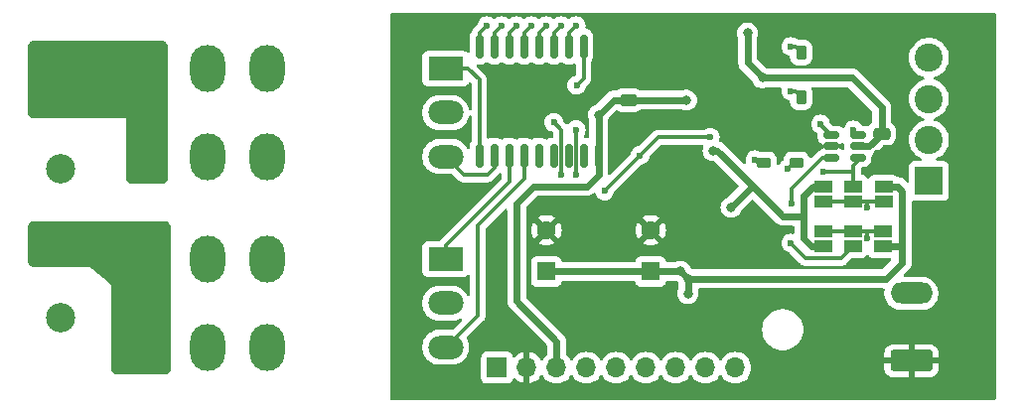
<source format=gbr>
%TF.GenerationSoftware,KiCad,Pcbnew,8.0.1*%
%TF.CreationDate,2024-04-28T14:46:59+02:00*%
%TF.ProjectId,2in-2out_2.0,32696e2d-326f-4757-945f-322e302e6b69,rev?*%
%TF.SameCoordinates,Original*%
%TF.FileFunction,Copper,L2,Bot*%
%TF.FilePolarity,Positive*%
%FSLAX46Y46*%
G04 Gerber Fmt 4.6, Leading zero omitted, Abs format (unit mm)*
G04 Created by KiCad (PCBNEW 8.0.1) date 2024-04-28 14:46:59*
%MOMM*%
%LPD*%
G01*
G04 APERTURE LIST*
G04 Aperture macros list*
%AMRoundRect*
0 Rectangle with rounded corners*
0 $1 Rounding radius*
0 $2 $3 $4 $5 $6 $7 $8 $9 X,Y pos of 4 corners*
0 Add a 4 corners polygon primitive as box body*
4,1,4,$2,$3,$4,$5,$6,$7,$8,$9,$2,$3,0*
0 Add four circle primitives for the rounded corners*
1,1,$1+$1,$2,$3*
1,1,$1+$1,$4,$5*
1,1,$1+$1,$6,$7*
1,1,$1+$1,$8,$9*
0 Add four rect primitives between the rounded corners*
20,1,$1+$1,$2,$3,$4,$5,0*
20,1,$1+$1,$4,$5,$6,$7,0*
20,1,$1+$1,$6,$7,$8,$9,0*
20,1,$1+$1,$8,$9,$2,$3,0*%
G04 Aperture macros list end*
%TA.AperFunction,ComponentPad*%
%ADD10O,3.000000X4.000000*%
%TD*%
%TA.AperFunction,ComponentPad*%
%ADD11R,3.000000X2.000000*%
%TD*%
%TA.AperFunction,ComponentPad*%
%ADD12O,3.000000X2.000000*%
%TD*%
%TA.AperFunction,ComponentPad*%
%ADD13R,1.600000X1.600000*%
%TD*%
%TA.AperFunction,ComponentPad*%
%ADD14C,1.600000*%
%TD*%
%TA.AperFunction,ComponentPad*%
%ADD15R,1.700000X1.700000*%
%TD*%
%TA.AperFunction,ComponentPad*%
%ADD16O,1.700000X1.700000*%
%TD*%
%TA.AperFunction,ComponentPad*%
%ADD17RoundRect,0.250000X1.550000X-0.650000X1.550000X0.650000X-1.550000X0.650000X-1.550000X-0.650000X0*%
%TD*%
%TA.AperFunction,ComponentPad*%
%ADD18O,3.600000X1.800000*%
%TD*%
%TA.AperFunction,ComponentPad*%
%ADD19R,2.400000X2.400000*%
%TD*%
%TA.AperFunction,ComponentPad*%
%ADD20C,2.400000*%
%TD*%
%TA.AperFunction,ComponentPad*%
%ADD21R,2.500000X2.500000*%
%TD*%
%TA.AperFunction,ComponentPad*%
%ADD22C,2.500000*%
%TD*%
%TA.AperFunction,SMDPad,CuDef*%
%ADD23R,1.500000X1.000000*%
%TD*%
%TA.AperFunction,SMDPad,CuDef*%
%ADD24RoundRect,0.250000X0.475000X-0.250000X0.475000X0.250000X-0.475000X0.250000X-0.475000X-0.250000X0*%
%TD*%
%TA.AperFunction,SMDPad,CuDef*%
%ADD25RoundRect,0.150000X-0.512500X-0.150000X0.512500X-0.150000X0.512500X0.150000X-0.512500X0.150000X0*%
%TD*%
%TA.AperFunction,SMDPad,CuDef*%
%ADD26RoundRect,0.150000X-0.150000X0.875000X-0.150000X-0.875000X0.150000X-0.875000X0.150000X0.875000X0*%
%TD*%
%TA.AperFunction,SMDPad,CuDef*%
%ADD27RoundRect,0.225000X0.375000X-0.225000X0.375000X0.225000X-0.375000X0.225000X-0.375000X-0.225000X0*%
%TD*%
%TA.AperFunction,SMDPad,CuDef*%
%ADD28RoundRect,0.225000X-0.225000X-0.375000X0.225000X-0.375000X0.225000X0.375000X-0.225000X0.375000X0*%
%TD*%
%TA.AperFunction,ViaPad*%
%ADD29C,0.800000*%
%TD*%
%TA.AperFunction,ViaPad*%
%ADD30C,0.600000*%
%TD*%
%TA.AperFunction,Conductor*%
%ADD31C,2.400000*%
%TD*%
%TA.AperFunction,Conductor*%
%ADD32C,0.300000*%
%TD*%
%TA.AperFunction,Conductor*%
%ADD33C,0.600000*%
%TD*%
G04 APERTURE END LIST*
D10*
%TO.P,K2,11*%
%TO.N,/HV_2A*%
X124790000Y-48000000D03*
X124790000Y-40500000D03*
%TO.P,K2,12*%
%TO.N,unconnected-(K2-Pad12)*%
X129830000Y-48000000D03*
X129830000Y-40500000D03*
%TO.P,K2,14*%
%TO.N,/HV_2B*%
X119750000Y-48000000D03*
X119750000Y-40500000D03*
D11*
%TO.P,K2,A1*%
%TO.N,Net-(IC1-O1)*%
X145090000Y-40500000D03*
D12*
%TO.P,K2,A2*%
%TO.N,Net-(IC1-O2)*%
X145090000Y-48000000D03*
%TO.P,K2,A3*%
%TO.N,VDD*%
X145090000Y-44250000D03*
%TD*%
D13*
%TO.P,C1,1*%
%TO.N,VDD*%
X162560000Y-57785000D03*
D14*
%TO.P,C1,2*%
%TO.N,GND*%
X162560000Y-54285000D03*
%TD*%
D15*
%TO.P,J1,1,Pin_1*%
%TO.N,VBUS*%
X149460000Y-66000000D03*
D16*
%TO.P,J1,2,Pin_2*%
%TO.N,GND*%
X152000000Y-66000000D03*
%TO.P,J1,3,Pin_3*%
%TO.N,+3V3*%
X154540000Y-66000000D03*
%TO.P,J1,4,Pin_4*%
%TO.N,/PWM*%
X157080000Y-66000000D03*
%TO.P,J1,5,Pin_5*%
%TO.N,/MOSI*%
X159620000Y-66000000D03*
%TO.P,J1,6,Pin_6*%
%TO.N,/SSEL*%
X162160000Y-66000000D03*
%TO.P,J1,7,Pin_7*%
%TO.N,/MISO*%
X164700000Y-66000000D03*
%TO.P,J1,8,Pin_8*%
%TO.N,/SCK*%
X167240000Y-66000000D03*
%TO.P,J1,9,Pin_9*%
%TO.N,/EIB_DC*%
X169780000Y-66000000D03*
%TD*%
D10*
%TO.P,K1,11*%
%TO.N,/HV_1A*%
X124790000Y-64250000D03*
X124790000Y-56750000D03*
%TO.P,K1,12*%
%TO.N,unconnected-(K1-Pad12)*%
X129830000Y-64250000D03*
X129830000Y-56750000D03*
%TO.P,K1,14*%
%TO.N,/HV_1B*%
X119750000Y-64250000D03*
X119750000Y-56750000D03*
D11*
%TO.P,K1,A1*%
%TO.N,Net-(IC1-O3)*%
X145090000Y-56750000D03*
D12*
%TO.P,K1,A2*%
%TO.N,Net-(IC1-O4)*%
X145090000Y-64250000D03*
%TO.P,K1,A3*%
%TO.N,VDD*%
X145090000Y-60500000D03*
%TD*%
D17*
%TO.P,X9,1,KL*%
%TO.N,GND*%
X184785000Y-65405000D03*
D18*
%TO.P,X9,2,KL*%
%TO.N,VBUS*%
X184785000Y-59655000D03*
%TD*%
D19*
%TO.P,J2,1,Pin_1*%
%TO.N,/IO4*%
X186283600Y-50073200D03*
D20*
%TO.P,J2,2,Pin_2*%
%TO.N,/IO3*%
X186283600Y-46573200D03*
%TO.P,J2,3,Pin_3*%
%TO.N,/IN2*%
X186283600Y-43073200D03*
%TO.P,J2,4,Pin_4*%
%TO.N,/IN1*%
X186283600Y-39573200D03*
%TD*%
D13*
%TO.P,C2,1*%
%TO.N,VDD*%
X153670000Y-57785000D03*
D14*
%TO.P,C2,2*%
%TO.N,GND*%
X153670000Y-54285000D03*
%TD*%
D21*
%TO.P,J5,1,Pin_1*%
%TO.N,/HV_2B*%
X112268000Y-42727996D03*
D22*
%TO.P,J5,2,Pin_2*%
%TO.N,/HV_2A*%
X112268000Y-49077996D03*
%TO.P,J5,3,Pin_3*%
%TO.N,/HV_1B*%
X112268000Y-55427996D03*
%TO.P,J5,4,Pin_4*%
%TO.N,/HV_1A*%
X112268000Y-61777996D03*
%TD*%
D23*
%TO.P,SJ6,1,A*%
%TO.N,VDD*%
X182322500Y-55656250D03*
%TO.P,SJ6,2,B*%
%TO.N,/IO4F*%
X182322500Y-54356250D03*
%TD*%
%TO.P,SJ5,1,A*%
%TO.N,/IN4*%
X179782500Y-55656250D03*
%TO.P,SJ5,2,B*%
%TO.N,/IO4F*%
X179782500Y-54356250D03*
%TD*%
D24*
%TO.P,C3,1*%
%TO.N,+3V3*%
X160655000Y-43180000D03*
%TO.P,C3,2*%
%TO.N,GND*%
X160655000Y-41280000D03*
%TD*%
D25*
%TO.P,TVS1,1,I/O1*%
%TO.N,/IN4*%
X177932500Y-48072500D03*
%TO.P,TVS1,2,GND*%
%TO.N,GND*%
X177932500Y-47122500D03*
%TO.P,TVS1,3,I/O2*%
%TO.N,Net-(TVS1-I{slash}O2)*%
X177932500Y-46172500D03*
%TO.P,TVS1,4,I/O3*%
%TO.N,Net-(TVS1-I{slash}O3)*%
X180207500Y-46172500D03*
%TO.P,TVS1,5,VBUS*%
%TO.N,+3V3*%
X180207500Y-47122500D03*
%TO.P,TVS1,6,I/O4*%
%TO.N,/IN3*%
X180207500Y-48072500D03*
%TD*%
D23*
%TO.P,SJ4,1,A*%
%TO.N,+3V3*%
X177242500Y-50546250D03*
%TO.P,SJ4,2,B*%
%TO.N,/IO3F*%
X177242500Y-51846250D03*
%TD*%
D26*
%TO.P,IC1,1,I1*%
%TO.N,/O8*%
X147955000Y-38605000D03*
%TO.P,IC1,2,I2*%
%TO.N,/O7*%
X149225000Y-38605000D03*
%TO.P,IC1,3,I3*%
%TO.N,/O6*%
X150495000Y-38605000D03*
%TO.P,IC1,4,I4*%
%TO.N,/O5*%
X151765000Y-38605000D03*
%TO.P,IC1,5,I5*%
%TO.N,/O4*%
X153035000Y-38605000D03*
%TO.P,IC1,6,I6*%
%TO.N,/O3*%
X154305000Y-38605000D03*
%TO.P,IC1,7,I7*%
%TO.N,/O2*%
X155575000Y-38605000D03*
%TO.P,IC1,8,I8*%
%TO.N,/O1*%
X156845000Y-38605000D03*
%TO.P,IC1,9,GND*%
%TO.N,GND*%
X158115000Y-38605000D03*
%TO.P,IC1,10,COM*%
%TO.N,+3V3*%
X158115000Y-47905000D03*
%TO.P,IC1,11,O8*%
%TO.N,unconnected-(IC1-O8-Pad11)*%
X156845000Y-47905000D03*
%TO.P,IC1,12,O7*%
%TO.N,unconnected-(IC1-O7-Pad12)*%
X155575000Y-47905000D03*
%TO.P,IC1,13,O6*%
%TO.N,unconnected-(IC1-O6-Pad13)*%
X154305000Y-47905000D03*
%TO.P,IC1,14,O5*%
%TO.N,unconnected-(IC1-O5-Pad14)*%
X153035000Y-47905000D03*
%TO.P,IC1,15,O4*%
%TO.N,Net-(IC1-O4)*%
X151765000Y-47905000D03*
%TO.P,IC1,16,O3*%
%TO.N,Net-(IC1-O3)*%
X150495000Y-47905000D03*
%TO.P,IC1,17,O2*%
%TO.N,Net-(IC1-O2)*%
X149225000Y-47905000D03*
%TO.P,IC1,18,O1*%
%TO.N,Net-(IC1-O1)*%
X147955000Y-47905000D03*
%TD*%
D24*
%TO.P,C4,1*%
%TO.N,GND*%
X182245000Y-47940000D03*
%TO.P,C4,2*%
%TO.N,+3V3*%
X182245000Y-46040000D03*
%TD*%
D27*
%TO.P,D5,1,K*%
%TO.N,Net-(D5-K)*%
X172210000Y-48512000D03*
%TO.P,D5,2,A*%
%TO.N,GND*%
X172210000Y-45212000D03*
%TD*%
D28*
%TO.P,D2,1,K*%
%TO.N,Net-(D2-K)*%
X175388000Y-42926000D03*
%TO.P,D2,2,A*%
%TO.N,GND*%
X178688000Y-42926000D03*
%TD*%
D27*
%TO.P,D7,1,K*%
%TO.N,Net-(D7-K)*%
X175006000Y-48512000D03*
%TO.P,D7,2,A*%
%TO.N,GND*%
X175006000Y-45212000D03*
%TD*%
D23*
%TO.P,SJ3,1,A*%
%TO.N,VDD*%
X182407500Y-50546250D03*
%TO.P,SJ3,2,B*%
%TO.N,/IO3F*%
X182407500Y-51846250D03*
%TD*%
%TO.P,SJ2,1,A*%
%TO.N,/IN3*%
X179807500Y-50546250D03*
%TO.P,SJ2,2,B*%
%TO.N,/IO3F*%
X179807500Y-51846250D03*
%TD*%
%TO.P,SJ7,1,A*%
%TO.N,+3V3*%
X177242500Y-55641250D03*
%TO.P,SJ7,2,B*%
%TO.N,/IO4F*%
X177242500Y-54341250D03*
%TD*%
D28*
%TO.P,D4,1,K*%
%TO.N,Net-(D4-K)*%
X175388000Y-39116000D03*
%TO.P,D4,2,A*%
%TO.N,GND*%
X178688000Y-39116000D03*
%TD*%
D29*
%TO.N,GND*%
X172974000Y-43434000D03*
X183896000Y-48006000D03*
X168656000Y-56642000D03*
X163750000Y-50250000D03*
X175260000Y-60198000D03*
X166878000Y-41402000D03*
X141250000Y-50000000D03*
X176276000Y-37592000D03*
X142520000Y-50000000D03*
X165862000Y-37592000D03*
X151765000Y-41275000D03*
X184150000Y-41656000D03*
X141885000Y-49365000D03*
D30*
%TO.N,Net-(D2-K)*%
X174498000Y-42418000D03*
D29*
%TO.N,+3V3*%
X172085000Y-41275000D03*
X165608000Y-43180000D03*
X169418000Y-52324000D03*
X167894000Y-47498000D03*
X170815000Y-37480000D03*
X158115000Y-44450000D03*
D30*
%TO.N,Net-(TVS1-I{slash}O2)*%
X177038000Y-45212000D03*
%TO.N,Net-(TVS1-I{slash}O3)*%
X179832000Y-45720000D03*
%TO.N,Net-(D5-K)*%
X171450000Y-48260000D03*
%TO.N,Net-(D7-K)*%
X174244000Y-49022000D03*
%TO.N,/IN3*%
X177292000Y-49276000D03*
%TO.N,/IN4*%
X174548800Y-51968400D03*
X174498000Y-55372000D03*
%TO.N,/MOSI*%
X154305000Y-45070000D03*
X154940000Y-49530000D03*
%TO.N,/SSEL*%
X156210000Y-49530000D03*
X156210000Y-45705000D03*
%TO.N,/MISO*%
X158623000Y-50927000D03*
X167640000Y-46355000D03*
X161650000Y-47900000D03*
%TO.N,Net-(D4-K)*%
X174498000Y-38608000D03*
%TO.N,/IO3F*%
X181007500Y-52346250D03*
%TO.N,/IO4F*%
X181007500Y-54946250D03*
%TO.N,/O1*%
X156250000Y-41910000D03*
%TO.N,/O8*%
X148590000Y-36830000D03*
%TO.N,/O7*%
X149860000Y-36830000D03*
%TO.N,/O6*%
X151130000Y-36830000D03*
%TO.N,/O5*%
X152400000Y-36830000D03*
%TO.N,/O4*%
X153670000Y-36830000D03*
%TO.N,/O3*%
X154940000Y-36830000D03*
%TO.N,/O2*%
X156210000Y-36830000D03*
D29*
%TO.N,VDD*%
X165100000Y-57785000D03*
X165735000Y-59690000D03*
X165735000Y-58420000D03*
%TD*%
D31*
%TO.N,/HV_2B*%
X113594047Y-40500000D02*
X119750000Y-40500000D01*
X112268000Y-41826047D02*
X113594047Y-40500000D01*
X112268000Y-42727996D02*
X112268000Y-41826047D01*
%TO.N,/HV_1B*%
X118427996Y-55427996D02*
X112268000Y-55427996D01*
X119750000Y-56750000D02*
X118427996Y-55427996D01*
D32*
%TO.N,Net-(D2-K)*%
X174880000Y-42418000D02*
X175388000Y-42926000D01*
X174498000Y-42418000D02*
X174880000Y-42418000D01*
D33*
%TO.N,+3V3*%
X182245000Y-43815000D02*
X182245000Y-46040000D01*
X151130000Y-51968400D02*
X151130000Y-60325000D01*
X158115000Y-47905000D02*
X158115000Y-45085000D01*
X175607500Y-54956250D02*
X175607500Y-53086250D01*
X173837850Y-53086250D02*
X175607500Y-53086250D01*
X168249600Y-47498000D02*
X171246800Y-50495200D01*
X172085000Y-41275000D02*
X179705000Y-41275000D01*
X170815000Y-37480000D02*
X170815000Y-40005000D01*
X157099000Y-50546000D02*
X152552400Y-50546000D01*
X169418000Y-52324000D02*
X171246800Y-50495200D01*
X154540000Y-63735000D02*
X154540000Y-66000000D01*
X151130000Y-60325000D02*
X154540000Y-63735000D01*
X177242500Y-50546250D02*
X176407500Y-50546250D01*
X158115000Y-47905000D02*
X158115000Y-49530000D01*
X167894000Y-47498000D02*
X168249600Y-47498000D01*
X176407500Y-50546250D02*
X175607500Y-51346250D01*
X179705000Y-41275000D02*
X182245000Y-43815000D01*
X158115000Y-49530000D02*
X157099000Y-50546000D01*
X152552400Y-50546000D02*
X151130000Y-51968400D01*
X181162500Y-47122500D02*
X182245000Y-46040000D01*
X175607500Y-51346250D02*
X175607500Y-53086250D01*
X176292500Y-55641250D02*
X175607500Y-54956250D01*
X158115000Y-45085000D02*
X158115000Y-44450000D01*
X180207500Y-47122500D02*
X181162500Y-47122500D01*
X177242500Y-55641250D02*
X176292500Y-55641250D01*
X158115000Y-44450000D02*
X159385000Y-43180000D01*
X171246800Y-50495200D02*
X173837850Y-53086250D01*
X160655000Y-43180000D02*
X165608000Y-43180000D01*
X170815000Y-40005000D02*
X172085000Y-41275000D01*
X159385000Y-43180000D02*
X160655000Y-43180000D01*
D32*
%TO.N,Net-(TVS1-I{slash}O2)*%
X177038000Y-45278000D02*
X177932500Y-46172500D01*
X177038000Y-45212000D02*
X177038000Y-45278000D01*
%TO.N,Net-(TVS1-I{slash}O3)*%
X179832000Y-45720000D02*
X179832000Y-45797000D01*
X179832000Y-45797000D02*
X180207500Y-46172500D01*
%TO.N,Net-(D5-K)*%
X171702000Y-48512000D02*
X171450000Y-48260000D01*
X172210000Y-48512000D02*
X171702000Y-48512000D01*
%TO.N,Net-(D7-K)*%
X174754000Y-48512000D02*
X175006000Y-48512000D01*
X174244000Y-49022000D02*
X174754000Y-48512000D01*
%TO.N,/IN3*%
X179807500Y-50546250D02*
X179807500Y-49554500D01*
X180207500Y-48392500D02*
X180207500Y-48072500D01*
X179807500Y-49276000D02*
X177292000Y-49276000D01*
X179807500Y-48792500D02*
X180207500Y-48392500D01*
X179807500Y-49554500D02*
X179807500Y-49276000D01*
X179807500Y-49554500D02*
X179807500Y-48792500D01*
%TO.N,/IN4*%
X178796750Y-56642000D02*
X179782500Y-55656250D01*
X174548800Y-50749200D02*
X177225500Y-48072500D01*
X177225500Y-48072500D02*
X177932500Y-48072500D01*
X174548800Y-51968400D02*
X174548800Y-50749200D01*
X174498000Y-55372000D02*
X175768000Y-56642000D01*
X175768000Y-56642000D02*
X178796750Y-56642000D01*
%TO.N,Net-(IC1-O4)*%
X147828000Y-61566200D02*
X145144200Y-64250000D01*
X151765000Y-49911000D02*
X147828000Y-53848000D01*
X147828000Y-53848000D02*
X147828000Y-61566200D01*
X151765000Y-47905000D02*
X151765000Y-49911000D01*
%TO.N,Net-(IC1-O3)*%
X145090000Y-55570000D02*
X150495000Y-50165000D01*
X145090000Y-56750000D02*
X145090000Y-55570000D01*
X150495000Y-50165000D02*
X150495000Y-47905000D01*
%TO.N,Net-(IC1-O2)*%
X145000000Y-48250000D02*
X145000000Y-47750000D01*
X149225000Y-48929999D02*
X148624999Y-49530000D01*
X146620000Y-49530000D02*
X148624999Y-49530000D01*
X149225000Y-47905000D02*
X149225000Y-48929999D01*
X145090000Y-48000000D02*
X146620000Y-49530000D01*
%TO.N,Net-(IC1-O1)*%
X147955000Y-41455000D02*
X147955000Y-47905000D01*
X147000000Y-40500000D02*
X147955000Y-41455000D01*
X145090000Y-40500000D02*
X147000000Y-40500000D01*
%TO.N,/MOSI*%
X154940000Y-49530000D02*
X154940000Y-45705000D01*
X154940000Y-45705000D02*
X154305000Y-45070000D01*
%TO.N,/SSEL*%
X156210000Y-49530000D02*
X156210000Y-45705000D01*
%TO.N,/MISO*%
X161650000Y-47900000D02*
X158623000Y-50927000D01*
X167640000Y-46355000D02*
X163195000Y-46355000D01*
X163195000Y-46355000D02*
X161650000Y-47900000D01*
D31*
%TO.N,/HV_2B*%
X119750000Y-48000000D02*
X119750000Y-40500000D01*
%TO.N,/HV_1B*%
X119750000Y-56750000D02*
X119750000Y-59750000D01*
X119750000Y-59750000D02*
X119750000Y-64250000D01*
D32*
%TO.N,Net-(D4-K)*%
X174880000Y-38608000D02*
X175388000Y-39116000D01*
X174498000Y-38608000D02*
X174880000Y-38608000D01*
%TO.N,/IO3F*%
X179782500Y-51816250D02*
X179782500Y-52036250D01*
X177242500Y-51846250D02*
X179807500Y-51846250D01*
X181007500Y-52346250D02*
X181007500Y-51846250D01*
X181007500Y-51846250D02*
X182407500Y-51846250D01*
X179807500Y-51846250D02*
X181007500Y-51846250D01*
%TO.N,/IO4F*%
X177257500Y-54356250D02*
X177242500Y-54341250D01*
X181007500Y-54356250D02*
X181007500Y-54946250D01*
X179782500Y-54356250D02*
X177257500Y-54356250D01*
X182322500Y-54356250D02*
X181007500Y-54356250D01*
X181007500Y-54356250D02*
X179782500Y-54356250D01*
%TO.N,/O1*%
X156845000Y-41315000D02*
X156845000Y-38605000D01*
X156250000Y-41910000D02*
X156845000Y-41315000D01*
%TO.N,/O8*%
X147955000Y-38605000D02*
X147955000Y-37465000D01*
X147955000Y-37465000D02*
X148590000Y-36830000D01*
%TO.N,/O7*%
X149225000Y-38605000D02*
X149225000Y-37465000D01*
X149225000Y-37465000D02*
X149860000Y-36830000D01*
%TO.N,/O6*%
X150495000Y-38605000D02*
X150495000Y-37465000D01*
X150495000Y-37465000D02*
X151130000Y-36830000D01*
%TO.N,/O5*%
X151765000Y-37465000D02*
X152400000Y-36830000D01*
X151765000Y-38605000D02*
X151765000Y-37465000D01*
%TO.N,/O4*%
X153035000Y-37465000D02*
X153670000Y-36830000D01*
X153035000Y-38605000D02*
X153035000Y-37465000D01*
%TO.N,/O3*%
X154305000Y-37465000D02*
X154940000Y-36830000D01*
X154305000Y-38605000D02*
X154305000Y-37465000D01*
%TO.N,/O2*%
X155575000Y-37465000D02*
X156210000Y-36830000D01*
X155575000Y-38605000D02*
X155575000Y-37465000D01*
D33*
%TO.N,VDD*%
X184007500Y-55746250D02*
X184007500Y-50946250D01*
X184007500Y-57038500D02*
X182626000Y-58420000D01*
X183917500Y-55656250D02*
X184007500Y-55746250D01*
X184007500Y-50946250D02*
X183607500Y-50546250D01*
X182626000Y-58420000D02*
X165735000Y-58420000D01*
X165100000Y-57785000D02*
X162560000Y-57785000D01*
X182322500Y-55656250D02*
X183917500Y-55656250D01*
X184007500Y-55746250D02*
X184007500Y-57038500D01*
X183607500Y-50546250D02*
X182407500Y-50546250D01*
X165735000Y-58420000D02*
X165735000Y-59690000D01*
X162560000Y-57785000D02*
X153670000Y-57785000D01*
X165100000Y-57785000D02*
X165735000Y-58420000D01*
%TD*%
%TA.AperFunction,Conductor*%
%TO.N,GND*%
G36*
X148584549Y-35778127D02*
G01*
X148600035Y-35776781D01*
X149849965Y-35776781D01*
X149854549Y-35778127D01*
X149870035Y-35776781D01*
X151119965Y-35776781D01*
X151124549Y-35778127D01*
X151140035Y-35776781D01*
X152389965Y-35776781D01*
X152394549Y-35778127D01*
X152410035Y-35776781D01*
X153659965Y-35776781D01*
X153664549Y-35778127D01*
X153680035Y-35776781D01*
X154929965Y-35776781D01*
X154934549Y-35778127D01*
X154950035Y-35776781D01*
X156199965Y-35776781D01*
X156204549Y-35778127D01*
X156220035Y-35776781D01*
X191912592Y-35776781D01*
X191979631Y-35796466D01*
X192025386Y-35849270D01*
X192036592Y-35900781D01*
X192036592Y-68601781D01*
X192016907Y-68668820D01*
X191964103Y-68714575D01*
X191912592Y-68725781D01*
X140459000Y-68725781D01*
X140391961Y-68706096D01*
X140346206Y-68653292D01*
X140335000Y-68601781D01*
X140335000Y-64368097D01*
X143089500Y-64368097D01*
X143126446Y-64601368D01*
X143199433Y-64825996D01*
X143268673Y-64961886D01*
X143306657Y-65036433D01*
X143445483Y-65227510D01*
X143612490Y-65394517D01*
X143803567Y-65533343D01*
X143902991Y-65584002D01*
X144014003Y-65640566D01*
X144014005Y-65640566D01*
X144014008Y-65640568D01*
X144134412Y-65679689D01*
X144238631Y-65713553D01*
X144471903Y-65750500D01*
X144471908Y-65750500D01*
X145708097Y-65750500D01*
X145941368Y-65713553D01*
X146165992Y-65640568D01*
X146376433Y-65533343D01*
X146567510Y-65394517D01*
X146734517Y-65227510D01*
X146873343Y-65036433D01*
X146980568Y-64825992D01*
X147053553Y-64601368D01*
X147069326Y-64501780D01*
X147090500Y-64368097D01*
X147090500Y-64131902D01*
X147053553Y-63898631D01*
X146980566Y-63674003D01*
X146906559Y-63528757D01*
X146893663Y-63460088D01*
X146919939Y-63395347D01*
X146929354Y-63384790D01*
X148333276Y-61980870D01*
X148393615Y-61890565D01*
X148404464Y-61874329D01*
X148404465Y-61874327D01*
X148453501Y-61755944D01*
X148475666Y-61644517D01*
X148478500Y-61630271D01*
X148478500Y-54168808D01*
X148498185Y-54101769D01*
X148514819Y-54081127D01*
X150117819Y-52478127D01*
X150179142Y-52444642D01*
X150248834Y-52449626D01*
X150304767Y-52491498D01*
X150329184Y-52556962D01*
X150329500Y-52565808D01*
X150329500Y-60403846D01*
X150360261Y-60558489D01*
X150360264Y-60558501D01*
X150420602Y-60704172D01*
X150420609Y-60704185D01*
X150508210Y-60835288D01*
X150508213Y-60835292D01*
X153703181Y-64030259D01*
X153736666Y-64091582D01*
X153739500Y-64117940D01*
X153739500Y-64847309D01*
X153719815Y-64914348D01*
X153686625Y-64948883D01*
X153668601Y-64961503D01*
X153668595Y-64961508D01*
X153501508Y-65128594D01*
X153371269Y-65314595D01*
X153316692Y-65358219D01*
X153247193Y-65365412D01*
X153184839Y-65333890D01*
X153168119Y-65314594D01*
X153038113Y-65128926D01*
X153038108Y-65128920D01*
X152871082Y-64961894D01*
X152677578Y-64826399D01*
X152463492Y-64726570D01*
X152463486Y-64726567D01*
X152250000Y-64669364D01*
X152250000Y-65566988D01*
X152192993Y-65534075D01*
X152065826Y-65500000D01*
X151934174Y-65500000D01*
X151807007Y-65534075D01*
X151750000Y-65566988D01*
X151750000Y-64669364D01*
X151749999Y-64669364D01*
X151536513Y-64726567D01*
X151536507Y-64726570D01*
X151322422Y-64826399D01*
X151322420Y-64826400D01*
X151128926Y-64961886D01*
X151006865Y-65083947D01*
X150945542Y-65117431D01*
X150875850Y-65112447D01*
X150819917Y-65070575D01*
X150803002Y-65039598D01*
X150753797Y-64907671D01*
X150753793Y-64907664D01*
X150667547Y-64792455D01*
X150667544Y-64792452D01*
X150552335Y-64706206D01*
X150552328Y-64706202D01*
X150417482Y-64655908D01*
X150417483Y-64655908D01*
X150357883Y-64649501D01*
X150357881Y-64649500D01*
X150357873Y-64649500D01*
X150357864Y-64649500D01*
X148562129Y-64649500D01*
X148562123Y-64649501D01*
X148502516Y-64655908D01*
X148367671Y-64706202D01*
X148367664Y-64706206D01*
X148252455Y-64792452D01*
X148252452Y-64792455D01*
X148166206Y-64907664D01*
X148166202Y-64907671D01*
X148115908Y-65042517D01*
X148109501Y-65102116D01*
X148109500Y-65102135D01*
X148109500Y-66897870D01*
X148109501Y-66897876D01*
X148115908Y-66957483D01*
X148166202Y-67092328D01*
X148166206Y-67092335D01*
X148252452Y-67207544D01*
X148252455Y-67207547D01*
X148367664Y-67293793D01*
X148367671Y-67293797D01*
X148502517Y-67344091D01*
X148502516Y-67344091D01*
X148509444Y-67344835D01*
X148562127Y-67350500D01*
X150357872Y-67350499D01*
X150417483Y-67344091D01*
X150552331Y-67293796D01*
X150667546Y-67207546D01*
X150753796Y-67092331D01*
X150803002Y-66960401D01*
X150844872Y-66904468D01*
X150910337Y-66880050D01*
X150978610Y-66894901D01*
X151006865Y-66916053D01*
X151128917Y-67038105D01*
X151322421Y-67173600D01*
X151536507Y-67273429D01*
X151536516Y-67273433D01*
X151750000Y-67330634D01*
X151750000Y-66433012D01*
X151807007Y-66465925D01*
X151934174Y-66500000D01*
X152065826Y-66500000D01*
X152192993Y-66465925D01*
X152250000Y-66433012D01*
X152250000Y-67330634D01*
X152463483Y-67273433D01*
X152463492Y-67273429D01*
X152677578Y-67173600D01*
X152871082Y-67038105D01*
X153038105Y-66871082D01*
X153168119Y-66685405D01*
X153222696Y-66641781D01*
X153292195Y-66634588D01*
X153354549Y-66666110D01*
X153371269Y-66685405D01*
X153501505Y-66871401D01*
X153668599Y-67038495D01*
X153765384Y-67106265D01*
X153862165Y-67174032D01*
X153862167Y-67174033D01*
X153862170Y-67174035D01*
X154076337Y-67273903D01*
X154304592Y-67335063D01*
X154481034Y-67350500D01*
X154539999Y-67355659D01*
X154540000Y-67355659D01*
X154540001Y-67355659D01*
X154598966Y-67350500D01*
X154775408Y-67335063D01*
X155003663Y-67273903D01*
X155217830Y-67174035D01*
X155411401Y-67038495D01*
X155578495Y-66871401D01*
X155708425Y-66685842D01*
X155763002Y-66642217D01*
X155832500Y-66635023D01*
X155894855Y-66666546D01*
X155911575Y-66685842D01*
X156041500Y-66871395D01*
X156041505Y-66871401D01*
X156208599Y-67038495D01*
X156305384Y-67106265D01*
X156402165Y-67174032D01*
X156402167Y-67174033D01*
X156402170Y-67174035D01*
X156616337Y-67273903D01*
X156844592Y-67335063D01*
X157021034Y-67350500D01*
X157079999Y-67355659D01*
X157080000Y-67355659D01*
X157080001Y-67355659D01*
X157138966Y-67350500D01*
X157315408Y-67335063D01*
X157543663Y-67273903D01*
X157757830Y-67174035D01*
X157951401Y-67038495D01*
X158118495Y-66871401D01*
X158248425Y-66685842D01*
X158303002Y-66642217D01*
X158372500Y-66635023D01*
X158434855Y-66666546D01*
X158451575Y-66685842D01*
X158581500Y-66871395D01*
X158581505Y-66871401D01*
X158748599Y-67038495D01*
X158845384Y-67106265D01*
X158942165Y-67174032D01*
X158942167Y-67174033D01*
X158942170Y-67174035D01*
X159156337Y-67273903D01*
X159384592Y-67335063D01*
X159561034Y-67350500D01*
X159619999Y-67355659D01*
X159620000Y-67355659D01*
X159620001Y-67355659D01*
X159678966Y-67350500D01*
X159855408Y-67335063D01*
X160083663Y-67273903D01*
X160297830Y-67174035D01*
X160491401Y-67038495D01*
X160658495Y-66871401D01*
X160788425Y-66685842D01*
X160843002Y-66642217D01*
X160912500Y-66635023D01*
X160974855Y-66666546D01*
X160991575Y-66685842D01*
X161121500Y-66871395D01*
X161121505Y-66871401D01*
X161288599Y-67038495D01*
X161385384Y-67106265D01*
X161482165Y-67174032D01*
X161482167Y-67174033D01*
X161482170Y-67174035D01*
X161696337Y-67273903D01*
X161924592Y-67335063D01*
X162101034Y-67350500D01*
X162159999Y-67355659D01*
X162160000Y-67355659D01*
X162160001Y-67355659D01*
X162218966Y-67350500D01*
X162395408Y-67335063D01*
X162623663Y-67273903D01*
X162837830Y-67174035D01*
X163031401Y-67038495D01*
X163198495Y-66871401D01*
X163328425Y-66685842D01*
X163383002Y-66642217D01*
X163452500Y-66635023D01*
X163514855Y-66666546D01*
X163531575Y-66685842D01*
X163661500Y-66871395D01*
X163661505Y-66871401D01*
X163828599Y-67038495D01*
X163925384Y-67106265D01*
X164022165Y-67174032D01*
X164022167Y-67174033D01*
X164022170Y-67174035D01*
X164236337Y-67273903D01*
X164464592Y-67335063D01*
X164641034Y-67350500D01*
X164699999Y-67355659D01*
X164700000Y-67355659D01*
X164700001Y-67355659D01*
X164758966Y-67350500D01*
X164935408Y-67335063D01*
X165163663Y-67273903D01*
X165377830Y-67174035D01*
X165571401Y-67038495D01*
X165738495Y-66871401D01*
X165868425Y-66685842D01*
X165923002Y-66642217D01*
X165992500Y-66635023D01*
X166054855Y-66666546D01*
X166071575Y-66685842D01*
X166201500Y-66871395D01*
X166201505Y-66871401D01*
X166368599Y-67038495D01*
X166465384Y-67106265D01*
X166562165Y-67174032D01*
X166562167Y-67174033D01*
X166562170Y-67174035D01*
X166776337Y-67273903D01*
X167004592Y-67335063D01*
X167181034Y-67350500D01*
X167239999Y-67355659D01*
X167240000Y-67355659D01*
X167240001Y-67355659D01*
X167298966Y-67350500D01*
X167475408Y-67335063D01*
X167703663Y-67273903D01*
X167917830Y-67174035D01*
X168111401Y-67038495D01*
X168278495Y-66871401D01*
X168408425Y-66685842D01*
X168463002Y-66642217D01*
X168532500Y-66635023D01*
X168594855Y-66666546D01*
X168611575Y-66685842D01*
X168741500Y-66871395D01*
X168741505Y-66871401D01*
X168908599Y-67038495D01*
X169005384Y-67106265D01*
X169102165Y-67174032D01*
X169102167Y-67174033D01*
X169102170Y-67174035D01*
X169316337Y-67273903D01*
X169544592Y-67335063D01*
X169721034Y-67350500D01*
X169779999Y-67355659D01*
X169780000Y-67355659D01*
X169780001Y-67355659D01*
X169838966Y-67350500D01*
X170015408Y-67335063D01*
X170243663Y-67273903D01*
X170457830Y-67174035D01*
X170651401Y-67038495D01*
X170818495Y-66871401D01*
X170954035Y-66677830D01*
X171053903Y-66463663D01*
X171115063Y-66235408D01*
X171135659Y-66000000D01*
X171115063Y-65764592D01*
X171053903Y-65536337D01*
X170954035Y-65322171D01*
X170948731Y-65314595D01*
X170836982Y-65155000D01*
X182485000Y-65155000D01*
X184236518Y-65155000D01*
X184225889Y-65173409D01*
X184185000Y-65326009D01*
X184185000Y-65483991D01*
X184225889Y-65636591D01*
X184236518Y-65655000D01*
X182485001Y-65655000D01*
X182485001Y-66104986D01*
X182495494Y-66207697D01*
X182550641Y-66374119D01*
X182550643Y-66374124D01*
X182642684Y-66523345D01*
X182766654Y-66647315D01*
X182915875Y-66739356D01*
X182915880Y-66739358D01*
X183082302Y-66794505D01*
X183082309Y-66794506D01*
X183185019Y-66804999D01*
X184534999Y-66804999D01*
X184535000Y-66804998D01*
X184535000Y-65953482D01*
X184553409Y-65964111D01*
X184706009Y-66005000D01*
X184863991Y-66005000D01*
X185016591Y-65964111D01*
X185035000Y-65953482D01*
X185035000Y-66804999D01*
X186384972Y-66804999D01*
X186384986Y-66804998D01*
X186487697Y-66794505D01*
X186654119Y-66739358D01*
X186654124Y-66739356D01*
X186803345Y-66647315D01*
X186927315Y-66523345D01*
X187019356Y-66374124D01*
X187019358Y-66374119D01*
X187074505Y-66207697D01*
X187074506Y-66207690D01*
X187084999Y-66104986D01*
X187085000Y-66104973D01*
X187085000Y-65655000D01*
X185333482Y-65655000D01*
X185344111Y-65636591D01*
X185385000Y-65483991D01*
X185385000Y-65326009D01*
X185344111Y-65173409D01*
X185333482Y-65155000D01*
X187084999Y-65155000D01*
X187084999Y-64705028D01*
X187084998Y-64705013D01*
X187074505Y-64602302D01*
X187019358Y-64435880D01*
X187019356Y-64435875D01*
X186927315Y-64286654D01*
X186803345Y-64162684D01*
X186654124Y-64070643D01*
X186654119Y-64070641D01*
X186487697Y-64015494D01*
X186487690Y-64015493D01*
X186384986Y-64005000D01*
X185035000Y-64005000D01*
X185035000Y-64856517D01*
X185016591Y-64845889D01*
X184863991Y-64805000D01*
X184706009Y-64805000D01*
X184553409Y-64845889D01*
X184535000Y-64856517D01*
X184535000Y-64005000D01*
X183185028Y-64005000D01*
X183185012Y-64005001D01*
X183082302Y-64015494D01*
X182915880Y-64070641D01*
X182915875Y-64070643D01*
X182766654Y-64162684D01*
X182642684Y-64286654D01*
X182550643Y-64435875D01*
X182550641Y-64435880D01*
X182495494Y-64602302D01*
X182495493Y-64602309D01*
X182485000Y-64705013D01*
X182485000Y-65155000D01*
X170836982Y-65155000D01*
X170818494Y-65128597D01*
X170651402Y-64961506D01*
X170651395Y-64961501D01*
X170457834Y-64825967D01*
X170457830Y-64825965D01*
X170457828Y-64825964D01*
X170243663Y-64726097D01*
X170243659Y-64726096D01*
X170243655Y-64726094D01*
X170015413Y-64664938D01*
X170015403Y-64664936D01*
X169780001Y-64644341D01*
X169779999Y-64644341D01*
X169544596Y-64664936D01*
X169544586Y-64664938D01*
X169316344Y-64726094D01*
X169316335Y-64726098D01*
X169102171Y-64825964D01*
X169102169Y-64825965D01*
X168908597Y-64961505D01*
X168741505Y-65128597D01*
X168611575Y-65314158D01*
X168556998Y-65357783D01*
X168487500Y-65364977D01*
X168425145Y-65333454D01*
X168408425Y-65314158D01*
X168278494Y-65128597D01*
X168111402Y-64961506D01*
X168111395Y-64961501D01*
X167917834Y-64825967D01*
X167917830Y-64825965D01*
X167917828Y-64825964D01*
X167703663Y-64726097D01*
X167703659Y-64726096D01*
X167703655Y-64726094D01*
X167475413Y-64664938D01*
X167475403Y-64664936D01*
X167240001Y-64644341D01*
X167239999Y-64644341D01*
X167004596Y-64664936D01*
X167004586Y-64664938D01*
X166776344Y-64726094D01*
X166776335Y-64726098D01*
X166562171Y-64825964D01*
X166562169Y-64825965D01*
X166368597Y-64961505D01*
X166201505Y-65128597D01*
X166071575Y-65314158D01*
X166016998Y-65357783D01*
X165947500Y-65364977D01*
X165885145Y-65333454D01*
X165868425Y-65314158D01*
X165738494Y-65128597D01*
X165571402Y-64961506D01*
X165571395Y-64961501D01*
X165377834Y-64825967D01*
X165377830Y-64825965D01*
X165377828Y-64825964D01*
X165163663Y-64726097D01*
X165163659Y-64726096D01*
X165163655Y-64726094D01*
X164935413Y-64664938D01*
X164935403Y-64664936D01*
X164700001Y-64644341D01*
X164699999Y-64644341D01*
X164464596Y-64664936D01*
X164464586Y-64664938D01*
X164236344Y-64726094D01*
X164236335Y-64726098D01*
X164022171Y-64825964D01*
X164022169Y-64825965D01*
X163828597Y-64961505D01*
X163661505Y-65128597D01*
X163531575Y-65314158D01*
X163476998Y-65357783D01*
X163407500Y-65364977D01*
X163345145Y-65333454D01*
X163328425Y-65314158D01*
X163198494Y-65128597D01*
X163031402Y-64961506D01*
X163031395Y-64961501D01*
X162837834Y-64825967D01*
X162837830Y-64825965D01*
X162837828Y-64825964D01*
X162623663Y-64726097D01*
X162623659Y-64726096D01*
X162623655Y-64726094D01*
X162395413Y-64664938D01*
X162395403Y-64664936D01*
X162160001Y-64644341D01*
X162159999Y-64644341D01*
X161924596Y-64664936D01*
X161924586Y-64664938D01*
X161696344Y-64726094D01*
X161696335Y-64726098D01*
X161482171Y-64825964D01*
X161482169Y-64825965D01*
X161288597Y-64961505D01*
X161121505Y-65128597D01*
X160991575Y-65314158D01*
X160936998Y-65357783D01*
X160867500Y-65364977D01*
X160805145Y-65333454D01*
X160788425Y-65314158D01*
X160658494Y-65128597D01*
X160491402Y-64961506D01*
X160491395Y-64961501D01*
X160297834Y-64825967D01*
X160297830Y-64825965D01*
X160297828Y-64825964D01*
X160083663Y-64726097D01*
X160083659Y-64726096D01*
X160083655Y-64726094D01*
X159855413Y-64664938D01*
X159855403Y-64664936D01*
X159620001Y-64644341D01*
X159619999Y-64644341D01*
X159384596Y-64664936D01*
X159384586Y-64664938D01*
X159156344Y-64726094D01*
X159156335Y-64726098D01*
X158942171Y-64825964D01*
X158942169Y-64825965D01*
X158748597Y-64961505D01*
X158581505Y-65128597D01*
X158451575Y-65314158D01*
X158396998Y-65357783D01*
X158327500Y-65364977D01*
X158265145Y-65333454D01*
X158248425Y-65314158D01*
X158118494Y-65128597D01*
X157951402Y-64961506D01*
X157951395Y-64961501D01*
X157757834Y-64825967D01*
X157757830Y-64825965D01*
X157757828Y-64825964D01*
X157543663Y-64726097D01*
X157543659Y-64726096D01*
X157543655Y-64726094D01*
X157315413Y-64664938D01*
X157315403Y-64664936D01*
X157080001Y-64644341D01*
X157079999Y-64644341D01*
X156844596Y-64664936D01*
X156844586Y-64664938D01*
X156616344Y-64726094D01*
X156616335Y-64726098D01*
X156402171Y-64825964D01*
X156402169Y-64825965D01*
X156208597Y-64961505D01*
X156041505Y-65128597D01*
X155911575Y-65314158D01*
X155856998Y-65357783D01*
X155787500Y-65364977D01*
X155725145Y-65333454D01*
X155708425Y-65314158D01*
X155578494Y-65128597D01*
X155411404Y-64961508D01*
X155411402Y-64961506D01*
X155411401Y-64961505D01*
X155393374Y-64948882D01*
X155349751Y-64894306D01*
X155340500Y-64847309D01*
X155340500Y-63656155D01*
X155340499Y-63656153D01*
X155315158Y-63528757D01*
X155309737Y-63501503D01*
X155294023Y-63463566D01*
X155249397Y-63355827D01*
X155249390Y-63355814D01*
X155161790Y-63224712D01*
X155161222Y-63224144D01*
X155050289Y-63113211D01*
X154688363Y-62751285D01*
X172056684Y-62751285D01*
X172076288Y-63012901D01*
X172076289Y-63012906D01*
X172134668Y-63268683D01*
X172134670Y-63268692D01*
X172134672Y-63268697D01*
X172230524Y-63512924D01*
X172361706Y-63740138D01*
X172436007Y-63833308D01*
X172525290Y-63945266D01*
X172660416Y-64070643D01*
X172717613Y-64123714D01*
X172934388Y-64271509D01*
X172934393Y-64271511D01*
X172934394Y-64271512D01*
X172934395Y-64271513D01*
X173035182Y-64320049D01*
X173170765Y-64385342D01*
X173170766Y-64385342D01*
X173170769Y-64385344D01*
X173421477Y-64462677D01*
X173680910Y-64501781D01*
X173943274Y-64501781D01*
X174202707Y-64462677D01*
X174453415Y-64385344D01*
X174689796Y-64271509D01*
X174906571Y-64123714D01*
X175098897Y-63945262D01*
X175262478Y-63740138D01*
X175393660Y-63512924D01*
X175489512Y-63268697D01*
X175547894Y-63012911D01*
X175549313Y-62993976D01*
X175567500Y-62751285D01*
X175567500Y-62751276D01*
X175547895Y-62489660D01*
X175547894Y-62489655D01*
X175547894Y-62489651D01*
X175489512Y-62233865D01*
X175393660Y-61989638D01*
X175262478Y-61762424D01*
X175098897Y-61557300D01*
X175098896Y-61557299D01*
X175098893Y-61557295D01*
X174906571Y-61378848D01*
X174689796Y-61231053D01*
X174689792Y-61231051D01*
X174689789Y-61231049D01*
X174689788Y-61231048D01*
X174453417Y-61117219D01*
X174453419Y-61117219D01*
X174202715Y-61039887D01*
X174202711Y-61039886D01*
X174202707Y-61039885D01*
X174077509Y-61021014D01*
X173943279Y-61000781D01*
X173943274Y-61000781D01*
X173680910Y-61000781D01*
X173680904Y-61000781D01*
X173519339Y-61025134D01*
X173421477Y-61039885D01*
X173421474Y-61039886D01*
X173421468Y-61039887D01*
X173170765Y-61117219D01*
X172934395Y-61231048D01*
X172934394Y-61231049D01*
X172717612Y-61378848D01*
X172525290Y-61557295D01*
X172361706Y-61762424D01*
X172230524Y-61989637D01*
X172134674Y-62233859D01*
X172134668Y-62233878D01*
X172076289Y-62489655D01*
X172076288Y-62489660D01*
X172056684Y-62751276D01*
X172056684Y-62751285D01*
X154688363Y-62751285D01*
X151966819Y-60029741D01*
X151933334Y-59968418D01*
X151930500Y-59942060D01*
X151930500Y-54285002D01*
X152365034Y-54285002D01*
X152384858Y-54511599D01*
X152384860Y-54511610D01*
X152443730Y-54731317D01*
X152443735Y-54731331D01*
X152539863Y-54937478D01*
X152590974Y-55010472D01*
X153270000Y-54331446D01*
X153270000Y-54337661D01*
X153297259Y-54439394D01*
X153349920Y-54530606D01*
X153424394Y-54605080D01*
X153515606Y-54657741D01*
X153617339Y-54685000D01*
X153623553Y-54685000D01*
X152944526Y-55364025D01*
X153017513Y-55415132D01*
X153017521Y-55415136D01*
X153223668Y-55511264D01*
X153223682Y-55511269D01*
X153443389Y-55570139D01*
X153443400Y-55570141D01*
X153669998Y-55589966D01*
X153670002Y-55589966D01*
X153896599Y-55570141D01*
X153896610Y-55570139D01*
X154116317Y-55511269D01*
X154116331Y-55511264D01*
X154322478Y-55415136D01*
X154395471Y-55364024D01*
X153716447Y-54685000D01*
X153722661Y-54685000D01*
X153824394Y-54657741D01*
X153915606Y-54605080D01*
X153990080Y-54530606D01*
X154042741Y-54439394D01*
X154070000Y-54337661D01*
X154070000Y-54331447D01*
X154749024Y-55010471D01*
X154800136Y-54937478D01*
X154896264Y-54731331D01*
X154896269Y-54731317D01*
X154955139Y-54511610D01*
X154955141Y-54511599D01*
X154974966Y-54285002D01*
X161255034Y-54285002D01*
X161274858Y-54511599D01*
X161274860Y-54511610D01*
X161333730Y-54731317D01*
X161333735Y-54731331D01*
X161429863Y-54937478D01*
X161480974Y-55010472D01*
X162160000Y-54331446D01*
X162160000Y-54337661D01*
X162187259Y-54439394D01*
X162239920Y-54530606D01*
X162314394Y-54605080D01*
X162405606Y-54657741D01*
X162507339Y-54685000D01*
X162513553Y-54685000D01*
X161834526Y-55364025D01*
X161907513Y-55415132D01*
X161907521Y-55415136D01*
X162113668Y-55511264D01*
X162113682Y-55511269D01*
X162333389Y-55570139D01*
X162333400Y-55570141D01*
X162559998Y-55589966D01*
X162560002Y-55589966D01*
X162786599Y-55570141D01*
X162786610Y-55570139D01*
X163006317Y-55511269D01*
X163006331Y-55511264D01*
X163212478Y-55415136D01*
X163285471Y-55364024D01*
X162606447Y-54685000D01*
X162612661Y-54685000D01*
X162714394Y-54657741D01*
X162805606Y-54605080D01*
X162880080Y-54530606D01*
X162932741Y-54439394D01*
X162960000Y-54337661D01*
X162960000Y-54331447D01*
X163639024Y-55010471D01*
X163690136Y-54937478D01*
X163786264Y-54731331D01*
X163786269Y-54731317D01*
X163845139Y-54511610D01*
X163845141Y-54511599D01*
X163864966Y-54285002D01*
X163864966Y-54284997D01*
X163845141Y-54058400D01*
X163845139Y-54058389D01*
X163786269Y-53838682D01*
X163786264Y-53838668D01*
X163690136Y-53632521D01*
X163690132Y-53632513D01*
X163639025Y-53559526D01*
X162960000Y-54238551D01*
X162960000Y-54232339D01*
X162932741Y-54130606D01*
X162880080Y-54039394D01*
X162805606Y-53964920D01*
X162714394Y-53912259D01*
X162612661Y-53885000D01*
X162606448Y-53885000D01*
X163285472Y-53205974D01*
X163212478Y-53154863D01*
X163006331Y-53058735D01*
X163006317Y-53058730D01*
X162786610Y-52999860D01*
X162786599Y-52999858D01*
X162560002Y-52980034D01*
X162559998Y-52980034D01*
X162333400Y-52999858D01*
X162333389Y-52999860D01*
X162113682Y-53058730D01*
X162113673Y-53058734D01*
X161907516Y-53154866D01*
X161907512Y-53154868D01*
X161834526Y-53205973D01*
X161834526Y-53205974D01*
X162513553Y-53885000D01*
X162507339Y-53885000D01*
X162405606Y-53912259D01*
X162314394Y-53964920D01*
X162239920Y-54039394D01*
X162187259Y-54130606D01*
X162160000Y-54232339D01*
X162160000Y-54238552D01*
X161480974Y-53559526D01*
X161480973Y-53559526D01*
X161429868Y-53632512D01*
X161429866Y-53632516D01*
X161333734Y-53838673D01*
X161333730Y-53838682D01*
X161274860Y-54058389D01*
X161274858Y-54058400D01*
X161255034Y-54284997D01*
X161255034Y-54285002D01*
X154974966Y-54285002D01*
X154974966Y-54284997D01*
X154955141Y-54058400D01*
X154955139Y-54058389D01*
X154896269Y-53838682D01*
X154896264Y-53838668D01*
X154800136Y-53632521D01*
X154800132Y-53632513D01*
X154749025Y-53559526D01*
X154070000Y-54238551D01*
X154070000Y-54232339D01*
X154042741Y-54130606D01*
X153990080Y-54039394D01*
X153915606Y-53964920D01*
X153824394Y-53912259D01*
X153722661Y-53885000D01*
X153716448Y-53885000D01*
X154395472Y-53205974D01*
X154322478Y-53154863D01*
X154116331Y-53058735D01*
X154116317Y-53058730D01*
X153896610Y-52999860D01*
X153896599Y-52999858D01*
X153670002Y-52980034D01*
X153669998Y-52980034D01*
X153443400Y-52999858D01*
X153443389Y-52999860D01*
X153223682Y-53058730D01*
X153223673Y-53058734D01*
X153017516Y-53154866D01*
X153017512Y-53154868D01*
X152944526Y-53205973D01*
X152944526Y-53205974D01*
X153623553Y-53885000D01*
X153617339Y-53885000D01*
X153515606Y-53912259D01*
X153424394Y-53964920D01*
X153349920Y-54039394D01*
X153297259Y-54130606D01*
X153270000Y-54232339D01*
X153270000Y-54238552D01*
X152590974Y-53559526D01*
X152590973Y-53559526D01*
X152539868Y-53632512D01*
X152539866Y-53632516D01*
X152443734Y-53838673D01*
X152443730Y-53838682D01*
X152384860Y-54058389D01*
X152384858Y-54058400D01*
X152365034Y-54284997D01*
X152365034Y-54285002D01*
X151930500Y-54285002D01*
X151930500Y-52351340D01*
X151950185Y-52284301D01*
X151966819Y-52263659D01*
X152847659Y-51382819D01*
X152908982Y-51349334D01*
X152935340Y-51346500D01*
X157177844Y-51346500D01*
X157177845Y-51346499D01*
X157332497Y-51315737D01*
X157478179Y-51255394D01*
X157609289Y-51167789D01*
X157654848Y-51122230D01*
X157716171Y-51088744D01*
X157785862Y-51093728D01*
X157841796Y-51135599D01*
X157859572Y-51168956D01*
X157897210Y-51276521D01*
X157941181Y-51346500D01*
X157993184Y-51429262D01*
X158120738Y-51556816D01*
X158211080Y-51613582D01*
X158238393Y-51630744D01*
X158273478Y-51652789D01*
X158369696Y-51686457D01*
X158443745Y-51712368D01*
X158443750Y-51712369D01*
X158622996Y-51732565D01*
X158623000Y-51732565D01*
X158623004Y-51732565D01*
X158802249Y-51712369D01*
X158802252Y-51712368D01*
X158802255Y-51712368D01*
X158972522Y-51652789D01*
X159125262Y-51556816D01*
X159252816Y-51429262D01*
X159348789Y-51276522D01*
X159408368Y-51106255D01*
X159409182Y-51099025D01*
X159436245Y-51034611D01*
X159444712Y-51025232D01*
X161748224Y-48721720D01*
X161809545Y-48688237D01*
X161822019Y-48686183D01*
X161829255Y-48685368D01*
X161999522Y-48625789D01*
X162152262Y-48529816D01*
X162279816Y-48402262D01*
X162375789Y-48249522D01*
X162435368Y-48079255D01*
X162436182Y-48072025D01*
X162463245Y-48007611D01*
X162471712Y-47998232D01*
X163428127Y-47041819D01*
X163489450Y-47008334D01*
X163515808Y-47005500D01*
X166936510Y-47005500D01*
X167003549Y-47025185D01*
X167049304Y-47077989D01*
X167059248Y-47147147D01*
X167054441Y-47167816D01*
X167008326Y-47309744D01*
X166988540Y-47498000D01*
X167008326Y-47686256D01*
X167008327Y-47686259D01*
X167066818Y-47866277D01*
X167066821Y-47866284D01*
X167161467Y-48030216D01*
X167215959Y-48090735D01*
X167288129Y-48170888D01*
X167441265Y-48282148D01*
X167441270Y-48282151D01*
X167614192Y-48359142D01*
X167614197Y-48359144D01*
X167799354Y-48398500D01*
X167799355Y-48398500D01*
X167966660Y-48398500D01*
X168033699Y-48418185D01*
X168054341Y-48434819D01*
X170027040Y-50407518D01*
X170060525Y-50468841D01*
X170055541Y-50538533D01*
X170027040Y-50582880D01*
X169170433Y-51439487D01*
X169133189Y-51465085D01*
X168965267Y-51539850D01*
X168965265Y-51539851D01*
X168812129Y-51651111D01*
X168685466Y-51791785D01*
X168590821Y-51955715D01*
X168590818Y-51955722D01*
X168532327Y-52135740D01*
X168532326Y-52135744D01*
X168512540Y-52324000D01*
X168532326Y-52512256D01*
X168532327Y-52512259D01*
X168590818Y-52692277D01*
X168590821Y-52692284D01*
X168685467Y-52856216D01*
X168788593Y-52970749D01*
X168812129Y-52996888D01*
X168965265Y-53108148D01*
X168965270Y-53108151D01*
X169138192Y-53185142D01*
X169138197Y-53185144D01*
X169323354Y-53224500D01*
X169323355Y-53224500D01*
X169512644Y-53224500D01*
X169512646Y-53224500D01*
X169697803Y-53185144D01*
X169870730Y-53108151D01*
X170023871Y-52996888D01*
X170150533Y-52856216D01*
X170245179Y-52692284D01*
X170266488Y-52626700D01*
X170296734Y-52577342D01*
X171159122Y-51714955D01*
X171220441Y-51681473D01*
X171290133Y-51686457D01*
X171334480Y-51714958D01*
X173327557Y-53708036D01*
X173327561Y-53708039D01*
X173458664Y-53795640D01*
X173458677Y-53795647D01*
X173604348Y-53855985D01*
X173604353Y-53855987D01*
X173750210Y-53885000D01*
X173759003Y-53886749D01*
X173759006Y-53886750D01*
X173759008Y-53886750D01*
X173916692Y-53886750D01*
X174683000Y-53886750D01*
X174750039Y-53906435D01*
X174795794Y-53959239D01*
X174807000Y-54010750D01*
X174807000Y-54462494D01*
X174787315Y-54529533D01*
X174734511Y-54575288D01*
X174669117Y-54585714D01*
X174498004Y-54566435D01*
X174497996Y-54566435D01*
X174318750Y-54586630D01*
X174318745Y-54586631D01*
X174148476Y-54646211D01*
X173995737Y-54742184D01*
X173868184Y-54869737D01*
X173772211Y-55022476D01*
X173712631Y-55192745D01*
X173712630Y-55192750D01*
X173692435Y-55371996D01*
X173692435Y-55372003D01*
X173712630Y-55551249D01*
X173712631Y-55551254D01*
X173772211Y-55721523D01*
X173868184Y-55874262D01*
X173995738Y-56001816D01*
X174148478Y-56097789D01*
X174318745Y-56157368D01*
X174325974Y-56158182D01*
X174390388Y-56185246D01*
X174399776Y-56193722D01*
X175262724Y-57056669D01*
X175318166Y-57112111D01*
X175353332Y-57147277D01*
X175459866Y-57218461D01*
X175459872Y-57218464D01*
X175459873Y-57218465D01*
X175578256Y-57267501D01*
X175578260Y-57267501D01*
X175578261Y-57267502D01*
X175703928Y-57292500D01*
X175703931Y-57292500D01*
X178860821Y-57292500D01*
X178945365Y-57275682D01*
X178986494Y-57267501D01*
X179104877Y-57218465D01*
X179116102Y-57210965D01*
X179211419Y-57147277D01*
X179665627Y-56693067D01*
X179726950Y-56659583D01*
X179753308Y-56656749D01*
X180580371Y-56656749D01*
X180580372Y-56656749D01*
X180639983Y-56650341D01*
X180774831Y-56600046D01*
X180890046Y-56513796D01*
X180953234Y-56429386D01*
X181009167Y-56387517D01*
X181078859Y-56382533D01*
X181140182Y-56416018D01*
X181151760Y-56429380D01*
X181214954Y-56513796D01*
X181251564Y-56541202D01*
X181330164Y-56600043D01*
X181330171Y-56600047D01*
X181465017Y-56650341D01*
X181465016Y-56650341D01*
X181471944Y-56651085D01*
X181524627Y-56656750D01*
X182957810Y-56656749D01*
X183024849Y-56676434D01*
X183070604Y-56729237D01*
X183080548Y-56798396D01*
X183051523Y-56861952D01*
X183045491Y-56868430D01*
X182330741Y-57583181D01*
X182269418Y-57616666D01*
X182243060Y-57619500D01*
X166177367Y-57619500D01*
X166126931Y-57608779D01*
X166019809Y-57561084D01*
X165982564Y-57535486D01*
X165978736Y-57531658D01*
X165948486Y-57482294D01*
X165927179Y-57416716D01*
X165927177Y-57416712D01*
X165832534Y-57252785D01*
X165705870Y-57112111D01*
X165552734Y-57000851D01*
X165552729Y-57000848D01*
X165379807Y-56923857D01*
X165379802Y-56923855D01*
X165234001Y-56892865D01*
X165194646Y-56884500D01*
X165005354Y-56884500D01*
X164972897Y-56891398D01*
X164820197Y-56923855D01*
X164820192Y-56923857D01*
X164708069Y-56973779D01*
X164657633Y-56984500D01*
X163976977Y-56984500D01*
X163909938Y-56964815D01*
X163864183Y-56912011D01*
X163856733Y-56884865D01*
X163855876Y-56885068D01*
X163854092Y-56877520D01*
X163803797Y-56742671D01*
X163803793Y-56742664D01*
X163717547Y-56627455D01*
X163717544Y-56627452D01*
X163602335Y-56541206D01*
X163602328Y-56541202D01*
X163467482Y-56490908D01*
X163467483Y-56490908D01*
X163407883Y-56484501D01*
X163407881Y-56484500D01*
X163407873Y-56484500D01*
X163407864Y-56484500D01*
X161712129Y-56484500D01*
X161712123Y-56484501D01*
X161652516Y-56490908D01*
X161517671Y-56541202D01*
X161517664Y-56541206D01*
X161402455Y-56627452D01*
X161402452Y-56627455D01*
X161316206Y-56742664D01*
X161316202Y-56742671D01*
X161265908Y-56877517D01*
X161264126Y-56885062D01*
X161261853Y-56884525D01*
X161239571Y-56938312D01*
X161182177Y-56978157D01*
X161143024Y-56984500D01*
X155086977Y-56984500D01*
X155019938Y-56964815D01*
X154974183Y-56912011D01*
X154966733Y-56884865D01*
X154965876Y-56885068D01*
X154964092Y-56877520D01*
X154913797Y-56742671D01*
X154913793Y-56742664D01*
X154827547Y-56627455D01*
X154827544Y-56627452D01*
X154712335Y-56541206D01*
X154712328Y-56541202D01*
X154577482Y-56490908D01*
X154577483Y-56490908D01*
X154517883Y-56484501D01*
X154517881Y-56484500D01*
X154517873Y-56484500D01*
X154517864Y-56484500D01*
X152822129Y-56484500D01*
X152822123Y-56484501D01*
X152762516Y-56490908D01*
X152627671Y-56541202D01*
X152627664Y-56541206D01*
X152512455Y-56627452D01*
X152512452Y-56627455D01*
X152426206Y-56742664D01*
X152426202Y-56742671D01*
X152375908Y-56877517D01*
X152369501Y-56937116D01*
X152369500Y-56937135D01*
X152369500Y-58632870D01*
X152369501Y-58632876D01*
X152375908Y-58692483D01*
X152426202Y-58827328D01*
X152426206Y-58827335D01*
X152512452Y-58942544D01*
X152512455Y-58942547D01*
X152627664Y-59028793D01*
X152627671Y-59028797D01*
X152762517Y-59079091D01*
X152762516Y-59079091D01*
X152769444Y-59079835D01*
X152822127Y-59085500D01*
X154517872Y-59085499D01*
X154577483Y-59079091D01*
X154712331Y-59028796D01*
X154827546Y-58942546D01*
X154913796Y-58827331D01*
X154964091Y-58692483D01*
X154964091Y-58692481D01*
X154965874Y-58684938D01*
X154968146Y-58685474D01*
X154990429Y-58631688D01*
X155047823Y-58591843D01*
X155086976Y-58585500D01*
X161143023Y-58585500D01*
X161210062Y-58605185D01*
X161255817Y-58657989D01*
X161263266Y-58685134D01*
X161264124Y-58684932D01*
X161265907Y-58692479D01*
X161316202Y-58827328D01*
X161316206Y-58827335D01*
X161402452Y-58942544D01*
X161402455Y-58942547D01*
X161517664Y-59028793D01*
X161517671Y-59028797D01*
X161652517Y-59079091D01*
X161652516Y-59079091D01*
X161659444Y-59079835D01*
X161712127Y-59085500D01*
X163407872Y-59085499D01*
X163467483Y-59079091D01*
X163602331Y-59028796D01*
X163717546Y-58942546D01*
X163803796Y-58827331D01*
X163854091Y-58692483D01*
X163854091Y-58692481D01*
X163855874Y-58684938D01*
X163858146Y-58685474D01*
X163880429Y-58631688D01*
X163937823Y-58591843D01*
X163976976Y-58585500D01*
X164657633Y-58585500D01*
X164708069Y-58596221D01*
X164815190Y-58643915D01*
X164852435Y-58669513D01*
X164856262Y-58673340D01*
X164886512Y-58722703D01*
X164907818Y-58788277D01*
X164907819Y-58788279D01*
X164907821Y-58788284D01*
X164917887Y-58805720D01*
X164934500Y-58867718D01*
X164934500Y-59242279D01*
X164917888Y-59304277D01*
X164907821Y-59321713D01*
X164849327Y-59501740D01*
X164849326Y-59501744D01*
X164829540Y-59690000D01*
X164849326Y-59878256D01*
X164849327Y-59878259D01*
X164907818Y-60058277D01*
X164907821Y-60058284D01*
X165002467Y-60222216D01*
X165024025Y-60246158D01*
X165129129Y-60362888D01*
X165282265Y-60474148D01*
X165282270Y-60474151D01*
X165455192Y-60551142D01*
X165455197Y-60551144D01*
X165640354Y-60590500D01*
X165640355Y-60590500D01*
X165829644Y-60590500D01*
X165829646Y-60590500D01*
X166014803Y-60551144D01*
X166187730Y-60474151D01*
X166340871Y-60362888D01*
X166467533Y-60222216D01*
X166562179Y-60058284D01*
X166620674Y-59878256D01*
X166640460Y-59690000D01*
X166620674Y-59501744D01*
X166600416Y-59439397D01*
X166582033Y-59382818D01*
X166580038Y-59312977D01*
X166616119Y-59253144D01*
X166678820Y-59222316D01*
X166699964Y-59220500D01*
X182390676Y-59220500D01*
X182457715Y-59240185D01*
X182503470Y-59292989D01*
X182513414Y-59362147D01*
X182513149Y-59363898D01*
X182484500Y-59544778D01*
X182484500Y-59765221D01*
X182518985Y-59982952D01*
X182587103Y-60192603D01*
X182587104Y-60192606D01*
X182614391Y-60246158D01*
X182683560Y-60381908D01*
X182687187Y-60389025D01*
X182816752Y-60567358D01*
X182816756Y-60567363D01*
X182972636Y-60723243D01*
X182972641Y-60723247D01*
X183126854Y-60835288D01*
X183150978Y-60852815D01*
X183279375Y-60918237D01*
X183347393Y-60952895D01*
X183347396Y-60952896D01*
X183452221Y-60986955D01*
X183557049Y-61021015D01*
X183774778Y-61055500D01*
X183774779Y-61055500D01*
X185795221Y-61055500D01*
X185795222Y-61055500D01*
X186012951Y-61021015D01*
X186222606Y-60952895D01*
X186419022Y-60852815D01*
X186597365Y-60723242D01*
X186753242Y-60567365D01*
X186882815Y-60389022D01*
X186982895Y-60192606D01*
X187051015Y-59982951D01*
X187085500Y-59765222D01*
X187085500Y-59544778D01*
X187051015Y-59327049D01*
X186982895Y-59117394D01*
X186982895Y-59117393D01*
X186941650Y-59036447D01*
X186882815Y-58920978D01*
X186844120Y-58867718D01*
X186753247Y-58742641D01*
X186753243Y-58742636D01*
X186597363Y-58586756D01*
X186597358Y-58586752D01*
X186419025Y-58457187D01*
X186419024Y-58457186D01*
X186419022Y-58457185D01*
X186356096Y-58425122D01*
X186222606Y-58357104D01*
X186222603Y-58357103D01*
X186012952Y-58288985D01*
X185904086Y-58271742D01*
X185795222Y-58254500D01*
X185795221Y-58254500D01*
X184222940Y-58254500D01*
X184155901Y-58234815D01*
X184110146Y-58182011D01*
X184100202Y-58112853D01*
X184129227Y-58049297D01*
X184135259Y-58042819D01*
X184629286Y-57548792D01*
X184629289Y-57548789D01*
X184716894Y-57417679D01*
X184777237Y-57271997D01*
X184808000Y-57117342D01*
X184808000Y-56959658D01*
X184808000Y-55667408D01*
X184808000Y-55667407D01*
X184808000Y-51883180D01*
X184827685Y-51816141D01*
X184880489Y-51770386D01*
X184949647Y-51760442D01*
X184975340Y-51767001D01*
X184976117Y-51767291D01*
X185035727Y-51773700D01*
X187531472Y-51773699D01*
X187591083Y-51767291D01*
X187725931Y-51716996D01*
X187841146Y-51630746D01*
X187927396Y-51515531D01*
X187977691Y-51380683D01*
X187984100Y-51321073D01*
X187984099Y-48825328D01*
X187977691Y-48765717D01*
X187976402Y-48762262D01*
X187927397Y-48630871D01*
X187927393Y-48630864D01*
X187841147Y-48515655D01*
X187841144Y-48515652D01*
X187725935Y-48429406D01*
X187725928Y-48429402D01*
X187591082Y-48379108D01*
X187591083Y-48379108D01*
X187531483Y-48372701D01*
X187531481Y-48372700D01*
X187531473Y-48372700D01*
X187531465Y-48372700D01*
X187009429Y-48372700D01*
X186942390Y-48353015D01*
X186896635Y-48300211D01*
X186886691Y-48231053D01*
X186915716Y-48167497D01*
X186955627Y-48136980D01*
X187136234Y-48050005D01*
X187346817Y-47906432D01*
X187533650Y-47733077D01*
X187692559Y-47533812D01*
X187819993Y-47313088D01*
X187913108Y-47075837D01*
X187969822Y-46827357D01*
X187986160Y-46609334D01*
X187988868Y-46573204D01*
X187988868Y-46573195D01*
X187974526Y-46381810D01*
X187969822Y-46319043D01*
X187913108Y-46070563D01*
X187819993Y-45833312D01*
X187692559Y-45612588D01*
X187533650Y-45413323D01*
X187346817Y-45239968D01*
X187136234Y-45096395D01*
X187136230Y-45096393D01*
X187136227Y-45096391D01*
X187136226Y-45096390D01*
X186906606Y-44985812D01*
X186906608Y-44985812D01*
X186763570Y-44941691D01*
X186705311Y-44903121D01*
X186677153Y-44839176D01*
X186688037Y-44770159D01*
X186734506Y-44717982D01*
X186763570Y-44704709D01*
X186906604Y-44660589D01*
X187136234Y-44550005D01*
X187346817Y-44406432D01*
X187533650Y-44233077D01*
X187692559Y-44033812D01*
X187819993Y-43813088D01*
X187913108Y-43575837D01*
X187969822Y-43327357D01*
X187979041Y-43204340D01*
X187988868Y-43073204D01*
X187988868Y-43073195D01*
X187969822Y-42819045D01*
X187968149Y-42811716D01*
X187913108Y-42570563D01*
X187819993Y-42333312D01*
X187692559Y-42112588D01*
X187533650Y-41913323D01*
X187346817Y-41739968D01*
X187136234Y-41596395D01*
X187136230Y-41596393D01*
X187136227Y-41596391D01*
X187136226Y-41596390D01*
X186906606Y-41485812D01*
X186906608Y-41485812D01*
X186763570Y-41441691D01*
X186705311Y-41403121D01*
X186677153Y-41339176D01*
X186688037Y-41270159D01*
X186734506Y-41217982D01*
X186763570Y-41204709D01*
X186906604Y-41160589D01*
X187136234Y-41050005D01*
X187346817Y-40906432D01*
X187533650Y-40733077D01*
X187692559Y-40533812D01*
X187819993Y-40313088D01*
X187913108Y-40075837D01*
X187969822Y-39827357D01*
X187988868Y-39573200D01*
X187986807Y-39545701D01*
X187969822Y-39319045D01*
X187955813Y-39257669D01*
X187913108Y-39070563D01*
X187819993Y-38833312D01*
X187692559Y-38612588D01*
X187533650Y-38413323D01*
X187346817Y-38239968D01*
X187136234Y-38096395D01*
X187136230Y-38096393D01*
X187136227Y-38096391D01*
X187136226Y-38096390D01*
X186906606Y-37985812D01*
X186906608Y-37985812D01*
X186663066Y-37910689D01*
X186663062Y-37910688D01*
X186663058Y-37910687D01*
X186541831Y-37892414D01*
X186411040Y-37872700D01*
X186411035Y-37872700D01*
X186156165Y-37872700D01*
X186156159Y-37872700D01*
X186011580Y-37894493D01*
X185904142Y-37910687D01*
X185904139Y-37910688D01*
X185904133Y-37910689D01*
X185660592Y-37985812D01*
X185430973Y-38096390D01*
X185430972Y-38096391D01*
X185220382Y-38239968D01*
X185033552Y-38413321D01*
X185033550Y-38413323D01*
X184874641Y-38612588D01*
X184747208Y-38833309D01*
X184654092Y-39070562D01*
X184654090Y-39070569D01*
X184597377Y-39319045D01*
X184578332Y-39573195D01*
X184578332Y-39573204D01*
X184597377Y-39827354D01*
X184653608Y-40073720D01*
X184654092Y-40075837D01*
X184747207Y-40313088D01*
X184874641Y-40533812D01*
X185033550Y-40733077D01*
X185220383Y-40906432D01*
X185430966Y-41050005D01*
X185430971Y-41050007D01*
X185430972Y-41050008D01*
X185430973Y-41050009D01*
X185540999Y-41102994D01*
X185660592Y-41160587D01*
X185660593Y-41160587D01*
X185660596Y-41160589D01*
X185737177Y-41184211D01*
X185803629Y-41204709D01*
X185861888Y-41243280D01*
X185890046Y-41307224D01*
X185879162Y-41376241D01*
X185832693Y-41428418D01*
X185803629Y-41441691D01*
X185660592Y-41485812D01*
X185430973Y-41596390D01*
X185430972Y-41596391D01*
X185220382Y-41739968D01*
X185033552Y-41913321D01*
X185033550Y-41913323D01*
X184874641Y-42112588D01*
X184747208Y-42333309D01*
X184654092Y-42570562D01*
X184654090Y-42570569D01*
X184597377Y-42819045D01*
X184578332Y-43073195D01*
X184578332Y-43073204D01*
X184597377Y-43327354D01*
X184651729Y-43565487D01*
X184654092Y-43575837D01*
X184747207Y-43813088D01*
X184874641Y-44033812D01*
X185033550Y-44233077D01*
X185220383Y-44406432D01*
X185430966Y-44550005D01*
X185430971Y-44550007D01*
X185430972Y-44550008D01*
X185430973Y-44550009D01*
X185497786Y-44582184D01*
X185660592Y-44660587D01*
X185660593Y-44660587D01*
X185660596Y-44660589D01*
X185766960Y-44693397D01*
X185803629Y-44704709D01*
X185861888Y-44743280D01*
X185890046Y-44807224D01*
X185879162Y-44876241D01*
X185832693Y-44928418D01*
X185803629Y-44941691D01*
X185660592Y-44985812D01*
X185430973Y-45096390D01*
X185430972Y-45096391D01*
X185220382Y-45239968D01*
X185033552Y-45413321D01*
X185033550Y-45413323D01*
X184874641Y-45612588D01*
X184747208Y-45833309D01*
X184654092Y-46070562D01*
X184654090Y-46070569D01*
X184597377Y-46319045D01*
X184578332Y-46573195D01*
X184578332Y-46573204D01*
X184597377Y-46827354D01*
X184646327Y-47041819D01*
X184654092Y-47075837D01*
X184722003Y-47248871D01*
X184747208Y-47313090D01*
X184751634Y-47320756D01*
X184874641Y-47533812D01*
X185033550Y-47733077D01*
X185220383Y-47906432D01*
X185430966Y-48050005D01*
X185430971Y-48050007D01*
X185430972Y-48050008D01*
X185430973Y-48050009D01*
X185543308Y-48104106D01*
X185611572Y-48136980D01*
X185663432Y-48183802D01*
X185681745Y-48251229D01*
X185660697Y-48317853D01*
X185606971Y-48362521D01*
X185557771Y-48372700D01*
X185035729Y-48372700D01*
X185035723Y-48372701D01*
X184976116Y-48379108D01*
X184841271Y-48429402D01*
X184841264Y-48429406D01*
X184726055Y-48515652D01*
X184726052Y-48515655D01*
X184639806Y-48630864D01*
X184639802Y-48630871D01*
X184589508Y-48765717D01*
X184583216Y-48824244D01*
X184583101Y-48825323D01*
X184583100Y-48825335D01*
X184583100Y-50090409D01*
X184563415Y-50157448D01*
X184510611Y-50203203D01*
X184441453Y-50213147D01*
X184377897Y-50184122D01*
X184371419Y-50178090D01*
X184117792Y-49924463D01*
X184117788Y-49924460D01*
X183986685Y-49836859D01*
X183986672Y-49836852D01*
X183841001Y-49776514D01*
X183840989Y-49776511D01*
X183686345Y-49745750D01*
X183686342Y-49745750D01*
X183619820Y-49745750D01*
X183552781Y-49726065D01*
X183520552Y-49696059D01*
X183515048Y-49688707D01*
X183515046Y-49688704D01*
X183510992Y-49685669D01*
X183399835Y-49602456D01*
X183399828Y-49602452D01*
X183264982Y-49552158D01*
X183264983Y-49552158D01*
X183205383Y-49545751D01*
X183205381Y-49545750D01*
X183205373Y-49545750D01*
X183205364Y-49545750D01*
X181609629Y-49545750D01*
X181609623Y-49545751D01*
X181550016Y-49552158D01*
X181415171Y-49602452D01*
X181415164Y-49602456D01*
X181299955Y-49688702D01*
X181299952Y-49688705D01*
X181208388Y-49811019D01*
X181206118Y-49809320D01*
X181166920Y-49848514D01*
X181098646Y-49863361D01*
X181033183Y-49838940D01*
X181008054Y-49809939D01*
X181006612Y-49811019D01*
X180915047Y-49688705D01*
X180915044Y-49688702D01*
X180799835Y-49602456D01*
X180799828Y-49602452D01*
X180664982Y-49552158D01*
X180664983Y-49552158D01*
X180605383Y-49545751D01*
X180605381Y-49545750D01*
X180605373Y-49545750D01*
X180605365Y-49545750D01*
X180582000Y-49545750D01*
X180514961Y-49526065D01*
X180469206Y-49473261D01*
X180458000Y-49421750D01*
X180458000Y-49113308D01*
X180477685Y-49046269D01*
X180494319Y-49025627D01*
X180610627Y-48909319D01*
X180671950Y-48875834D01*
X180698308Y-48873000D01*
X180785686Y-48873000D01*
X180785694Y-48873000D01*
X180822569Y-48870098D01*
X180822571Y-48870097D01*
X180822573Y-48870097D01*
X180906567Y-48845694D01*
X180980398Y-48824244D01*
X181121865Y-48740581D01*
X181238081Y-48624365D01*
X181321744Y-48482898D01*
X181367598Y-48325069D01*
X181370500Y-48288194D01*
X181370500Y-47985652D01*
X181390185Y-47918613D01*
X181442989Y-47872858D01*
X181447048Y-47871091D01*
X181458654Y-47866284D01*
X181467810Y-47862491D01*
X181541673Y-47831897D01*
X181541676Y-47831895D01*
X181541679Y-47831894D01*
X181672789Y-47744289D01*
X182340259Y-47076817D01*
X182401582Y-47043333D01*
X182427940Y-47040499D01*
X182770002Y-47040499D01*
X182770008Y-47040499D01*
X182872797Y-47029999D01*
X183039334Y-46974814D01*
X183188656Y-46882712D01*
X183312712Y-46758656D01*
X183404814Y-46609334D01*
X183459999Y-46442797D01*
X183470500Y-46340009D01*
X183470499Y-45739992D01*
X183468986Y-45725184D01*
X183459999Y-45637203D01*
X183459998Y-45637200D01*
X183451842Y-45612588D01*
X183404814Y-45470666D01*
X183312712Y-45321344D01*
X183188656Y-45197288D01*
X183188652Y-45197285D01*
X183104403Y-45145319D01*
X183057678Y-45093371D01*
X183045500Y-45039781D01*
X183045500Y-43736157D01*
X183045499Y-43736154D01*
X183027767Y-43647006D01*
X183014739Y-43581508D01*
X183014737Y-43581503D01*
X183012387Y-43575830D01*
X182984262Y-43507930D01*
X182954394Y-43435821D01*
X182954392Y-43435819D01*
X182954392Y-43435817D01*
X182866790Y-43304712D01*
X182834565Y-43272487D01*
X182755289Y-43193211D01*
X181505871Y-41943793D01*
X180215292Y-40653213D01*
X180215288Y-40653210D01*
X180084185Y-40565609D01*
X180084172Y-40565602D01*
X179938501Y-40505264D01*
X179938489Y-40505261D01*
X179783845Y-40474500D01*
X179783842Y-40474500D01*
X172527367Y-40474500D01*
X172476931Y-40463779D01*
X172369809Y-40416084D01*
X172332564Y-40390486D01*
X171651819Y-39709741D01*
X171618334Y-39648418D01*
X171615500Y-39622060D01*
X171615500Y-38608003D01*
X173692435Y-38608003D01*
X173712630Y-38787249D01*
X173712631Y-38787254D01*
X173772211Y-38957523D01*
X173834216Y-39056202D01*
X173868184Y-39110262D01*
X173995738Y-39237816D01*
X174148478Y-39333789D01*
X174318745Y-39393368D01*
X174318744Y-39393368D01*
X174320486Y-39393564D01*
X174327377Y-39394340D01*
X174391792Y-39421403D01*
X174431350Y-39478995D01*
X174437500Y-39517556D01*
X174437500Y-39539334D01*
X174437501Y-39539355D01*
X174447650Y-39638707D01*
X174447651Y-39638710D01*
X174500996Y-39799694D01*
X174501001Y-39799705D01*
X174590029Y-39944040D01*
X174590032Y-39944044D01*
X174709955Y-40063967D01*
X174709959Y-40063970D01*
X174854294Y-40152998D01*
X174854297Y-40152999D01*
X174854303Y-40153003D01*
X175015292Y-40206349D01*
X175114655Y-40216500D01*
X175661344Y-40216499D01*
X175661352Y-40216498D01*
X175661355Y-40216498D01*
X175715760Y-40210940D01*
X175760708Y-40206349D01*
X175921697Y-40153003D01*
X176066044Y-40063968D01*
X176185968Y-39944044D01*
X176275003Y-39799697D01*
X176328349Y-39638708D01*
X176338500Y-39539345D01*
X176338499Y-38692656D01*
X176328349Y-38593292D01*
X176275003Y-38432303D01*
X176274999Y-38432297D01*
X176274998Y-38432294D01*
X176185970Y-38287959D01*
X176185967Y-38287955D01*
X176066044Y-38168032D01*
X176066040Y-38168029D01*
X175921705Y-38079001D01*
X175921699Y-38078998D01*
X175921697Y-38078997D01*
X175921694Y-38078996D01*
X175760709Y-38025651D01*
X175661352Y-38015500D01*
X175661345Y-38015500D01*
X175174081Y-38015500D01*
X175126633Y-38006062D01*
X175069744Y-37982499D01*
X175054663Y-37979499D01*
X175054661Y-37979498D01*
X175027819Y-37974159D01*
X175000546Y-37968734D01*
X174958767Y-37952111D01*
X174847523Y-37882211D01*
X174677254Y-37822631D01*
X174677249Y-37822630D01*
X174498004Y-37802435D01*
X174497996Y-37802435D01*
X174318750Y-37822630D01*
X174318745Y-37822631D01*
X174148476Y-37882211D01*
X173995737Y-37978184D01*
X173868184Y-38105737D01*
X173772211Y-38258476D01*
X173712631Y-38428745D01*
X173712630Y-38428750D01*
X173692435Y-38607996D01*
X173692435Y-38608003D01*
X171615500Y-38608003D01*
X171615500Y-37927718D01*
X171632112Y-37865720D01*
X171642179Y-37848284D01*
X171700674Y-37668256D01*
X171720460Y-37480000D01*
X171700674Y-37291744D01*
X171642179Y-37111716D01*
X171547533Y-36947784D01*
X171420871Y-36807112D01*
X171420870Y-36807111D01*
X171267734Y-36695851D01*
X171267729Y-36695848D01*
X171094807Y-36618857D01*
X171094802Y-36618855D01*
X170949001Y-36587865D01*
X170909646Y-36579500D01*
X170720354Y-36579500D01*
X170687897Y-36586398D01*
X170535197Y-36618855D01*
X170535192Y-36618857D01*
X170362270Y-36695848D01*
X170362265Y-36695851D01*
X170209129Y-36807111D01*
X170082466Y-36947785D01*
X169987821Y-37111715D01*
X169987818Y-37111722D01*
X169936374Y-37270052D01*
X169929326Y-37291744D01*
X169909540Y-37480000D01*
X169929326Y-37668256D01*
X169929327Y-37668259D01*
X169987818Y-37848277D01*
X169987819Y-37848279D01*
X169987821Y-37848284D01*
X169997887Y-37865720D01*
X170014500Y-37927718D01*
X170014500Y-40083846D01*
X170045261Y-40238489D01*
X170045264Y-40238501D01*
X170105602Y-40384172D01*
X170105609Y-40384185D01*
X170193210Y-40515288D01*
X170193213Y-40515292D01*
X171206262Y-41528340D01*
X171236512Y-41577703D01*
X171257818Y-41643277D01*
X171257821Y-41643284D01*
X171352467Y-41807216D01*
X171475442Y-41943793D01*
X171479129Y-41947888D01*
X171632265Y-42059148D01*
X171632270Y-42059151D01*
X171805192Y-42136142D01*
X171805197Y-42136144D01*
X171990354Y-42175500D01*
X171990355Y-42175500D01*
X172179644Y-42175500D01*
X172179646Y-42175500D01*
X172364803Y-42136144D01*
X172450574Y-42097956D01*
X172476931Y-42086221D01*
X172527367Y-42075500D01*
X173594993Y-42075500D01*
X173662032Y-42095185D01*
X173707787Y-42147989D01*
X173717731Y-42217147D01*
X173714113Y-42231945D01*
X173714181Y-42231961D01*
X173712630Y-42238753D01*
X173692435Y-42417996D01*
X173692435Y-42418003D01*
X173712630Y-42597249D01*
X173712631Y-42597254D01*
X173772211Y-42767523D01*
X173868184Y-42920262D01*
X173995738Y-43047816D01*
X174148478Y-43143789D01*
X174318745Y-43203368D01*
X174318744Y-43203368D01*
X174320486Y-43203564D01*
X174327377Y-43204340D01*
X174391792Y-43231403D01*
X174431350Y-43288995D01*
X174437500Y-43327556D01*
X174437500Y-43349334D01*
X174437501Y-43349355D01*
X174447650Y-43448707D01*
X174447651Y-43448710D01*
X174500996Y-43609694D01*
X174501001Y-43609705D01*
X174590029Y-43754040D01*
X174590032Y-43754044D01*
X174709955Y-43873967D01*
X174709959Y-43873970D01*
X174854294Y-43962998D01*
X174854297Y-43962999D01*
X174854303Y-43963003D01*
X175015292Y-44016349D01*
X175114655Y-44026500D01*
X175661344Y-44026499D01*
X175661352Y-44026498D01*
X175661355Y-44026498D01*
X175722284Y-44020274D01*
X175760708Y-44016349D01*
X175921697Y-43963003D01*
X176066044Y-43873968D01*
X176185968Y-43754044D01*
X176275003Y-43609697D01*
X176328349Y-43448708D01*
X176338500Y-43349345D01*
X176338499Y-42502656D01*
X176335225Y-42470609D01*
X176328349Y-42403292D01*
X176328348Y-42403289D01*
X176273744Y-42238504D01*
X176271342Y-42168675D01*
X176307074Y-42108634D01*
X176369594Y-42077441D01*
X176391450Y-42075500D01*
X179322060Y-42075500D01*
X179389099Y-42095185D01*
X179409741Y-42111819D01*
X181408181Y-44110259D01*
X181441666Y-44171582D01*
X181444500Y-44197940D01*
X181444500Y-45039781D01*
X181424815Y-45106820D01*
X181385597Y-45145319D01*
X181301347Y-45197285D01*
X181301343Y-45197288D01*
X181177288Y-45321343D01*
X181177285Y-45321347D01*
X181143630Y-45375911D01*
X181091682Y-45422636D01*
X181022720Y-45433857D01*
X180988318Y-45422102D01*
X180987560Y-45423855D01*
X180980394Y-45420754D01*
X180822573Y-45374902D01*
X180822567Y-45374901D01*
X180785701Y-45372000D01*
X180785694Y-45372000D01*
X180627278Y-45372000D01*
X180560239Y-45352315D01*
X180522284Y-45313972D01*
X180481619Y-45249254D01*
X180461816Y-45217738D01*
X180334262Y-45090184D01*
X180302144Y-45070003D01*
X180181523Y-44994211D01*
X180011254Y-44934631D01*
X180011249Y-44934630D01*
X179832004Y-44914435D01*
X179831996Y-44914435D01*
X179652750Y-44934630D01*
X179652745Y-44934631D01*
X179482476Y-44994211D01*
X179329737Y-45090184D01*
X179202184Y-45217737D01*
X179106211Y-45370477D01*
X179069445Y-45475549D01*
X179028723Y-45532325D01*
X178963770Y-45558072D01*
X178895208Y-45544616D01*
X178864722Y-45522275D01*
X178846870Y-45504423D01*
X178846862Y-45504417D01*
X178768681Y-45458181D01*
X178705398Y-45420756D01*
X178705397Y-45420755D01*
X178705396Y-45420755D01*
X178705393Y-45420754D01*
X178547573Y-45374902D01*
X178547567Y-45374901D01*
X178510701Y-45372000D01*
X178510694Y-45372000D01*
X178103308Y-45372000D01*
X178036269Y-45352315D01*
X178015627Y-45335681D01*
X177868102Y-45188156D01*
X177834617Y-45126833D01*
X177832565Y-45114376D01*
X177823368Y-45032745D01*
X177763789Y-44862478D01*
X177749147Y-44839176D01*
X177667815Y-44709737D01*
X177540262Y-44582184D01*
X177387523Y-44486211D01*
X177217254Y-44426631D01*
X177217249Y-44426630D01*
X177038004Y-44406435D01*
X177037996Y-44406435D01*
X176858750Y-44426630D01*
X176858745Y-44426631D01*
X176688476Y-44486211D01*
X176535737Y-44582184D01*
X176408184Y-44709737D01*
X176312211Y-44862476D01*
X176252631Y-45032745D01*
X176252630Y-45032750D01*
X176232435Y-45211996D01*
X176232435Y-45212003D01*
X176252630Y-45391249D01*
X176252631Y-45391254D01*
X176312211Y-45561523D01*
X176361879Y-45640568D01*
X176408184Y-45714262D01*
X176535738Y-45841816D01*
X176615163Y-45891722D01*
X176688483Y-45937792D01*
X176694754Y-45940812D01*
X176693957Y-45942466D01*
X176743219Y-45977788D01*
X176768976Y-46042736D01*
X176769500Y-46054122D01*
X176769500Y-46388201D01*
X176772401Y-46425067D01*
X176772402Y-46425073D01*
X176818254Y-46582893D01*
X176818255Y-46582896D01*
X176901917Y-46724362D01*
X176901923Y-46724370D01*
X177018129Y-46840576D01*
X177018133Y-46840579D01*
X177018135Y-46840581D01*
X177159602Y-46924244D01*
X177170572Y-46927431D01*
X177317426Y-46970097D01*
X177317429Y-46970097D01*
X177317431Y-46970098D01*
X177354306Y-46973000D01*
X177354314Y-46973000D01*
X178510686Y-46973000D01*
X178510694Y-46973000D01*
X178547569Y-46970098D01*
X178547571Y-46970097D01*
X178547573Y-46970097D01*
X178649806Y-46940395D01*
X178705398Y-46924244D01*
X178830048Y-46850526D01*
X178853580Y-46836610D01*
X178854655Y-46838428D01*
X178909532Y-46816881D01*
X178978050Y-46830559D01*
X179028296Y-46879109D01*
X179044500Y-46940395D01*
X179044500Y-47304604D01*
X179024815Y-47371643D01*
X178972011Y-47417398D01*
X178902853Y-47427342D01*
X178854502Y-47406830D01*
X178853580Y-47408390D01*
X178705396Y-47320755D01*
X178705393Y-47320754D01*
X178547573Y-47274902D01*
X178547567Y-47274901D01*
X178510701Y-47272000D01*
X178510694Y-47272000D01*
X177354306Y-47272000D01*
X177354298Y-47272000D01*
X177317432Y-47274901D01*
X177317426Y-47274902D01*
X177159606Y-47320754D01*
X177159603Y-47320755D01*
X177018140Y-47404415D01*
X177018130Y-47404423D01*
X176950024Y-47472528D01*
X176920806Y-47494200D01*
X176917373Y-47496034D01*
X176917373Y-47496035D01*
X176880556Y-47520635D01*
X176810825Y-47567227D01*
X176273946Y-48104106D01*
X176212623Y-48137591D01*
X176142931Y-48132607D01*
X176086998Y-48090735D01*
X176068559Y-48055428D01*
X176066763Y-48050009D01*
X176043003Y-47978303D01*
X176042999Y-47978297D01*
X176042998Y-47978294D01*
X175953970Y-47833959D01*
X175953967Y-47833955D01*
X175834044Y-47714032D01*
X175834040Y-47714029D01*
X175689705Y-47625001D01*
X175689699Y-47624998D01*
X175689697Y-47624997D01*
X175606716Y-47597500D01*
X175528709Y-47571651D01*
X175429346Y-47561500D01*
X174582662Y-47561500D01*
X174582644Y-47561501D01*
X174483292Y-47571650D01*
X174483289Y-47571651D01*
X174322305Y-47624996D01*
X174322294Y-47625001D01*
X174177959Y-47714029D01*
X174177955Y-47714032D01*
X174058032Y-47833955D01*
X174058029Y-47833959D01*
X173969001Y-47978294D01*
X173968996Y-47978305D01*
X173915651Y-48139290D01*
X173906122Y-48232561D01*
X173879725Y-48297253D01*
X173848737Y-48324951D01*
X173741739Y-48392182D01*
X173614184Y-48519737D01*
X173614182Y-48519740D01*
X173539492Y-48638607D01*
X173487157Y-48684898D01*
X173418104Y-48695545D01*
X173354255Y-48667170D01*
X173315884Y-48608779D01*
X173310499Y-48572638D01*
X173310499Y-48238656D01*
X173310198Y-48235713D01*
X173300349Y-48139292D01*
X173300348Y-48139289D01*
X173293324Y-48118092D01*
X173247003Y-47978303D01*
X173246999Y-47978297D01*
X173246998Y-47978294D01*
X173157970Y-47833959D01*
X173157967Y-47833955D01*
X173038044Y-47714032D01*
X173038040Y-47714029D01*
X172893705Y-47625001D01*
X172893699Y-47624998D01*
X172893697Y-47624997D01*
X172810716Y-47597500D01*
X172732709Y-47571651D01*
X172633352Y-47561500D01*
X172633345Y-47561500D01*
X171878676Y-47561500D01*
X171812705Y-47542494D01*
X171799520Y-47534209D01*
X171629262Y-47474633D01*
X171629249Y-47474630D01*
X171450004Y-47454435D01*
X171449996Y-47454435D01*
X171270750Y-47474630D01*
X171270745Y-47474631D01*
X171100476Y-47534211D01*
X170947737Y-47630184D01*
X170820184Y-47757737D01*
X170724211Y-47910476D01*
X170664631Y-48080745D01*
X170664630Y-48080750D01*
X170644435Y-48259996D01*
X170644435Y-48260003D01*
X170664630Y-48439249D01*
X170664633Y-48439259D01*
X170669121Y-48452087D01*
X170672680Y-48521866D01*
X170637950Y-48582492D01*
X170575955Y-48614717D01*
X170506380Y-48608310D01*
X170464397Y-48580719D01*
X168759892Y-46876213D01*
X168759888Y-46876210D01*
X168628785Y-46788609D01*
X168628772Y-46788602D01*
X168481692Y-46727681D01*
X168427288Y-46683841D01*
X168405223Y-46617547D01*
X168412103Y-46572164D01*
X168425367Y-46534258D01*
X168425369Y-46534249D01*
X168445565Y-46355003D01*
X168445565Y-46354996D01*
X168425369Y-46175750D01*
X168425368Y-46175745D01*
X168365788Y-46005476D01*
X168325157Y-45940812D01*
X168269816Y-45852738D01*
X168142262Y-45725184D01*
X168124880Y-45714262D01*
X167989523Y-45629211D01*
X167819254Y-45569631D01*
X167819249Y-45569630D01*
X167640004Y-45549435D01*
X167639996Y-45549435D01*
X167460750Y-45569630D01*
X167460737Y-45569633D01*
X167290481Y-45629209D01*
X167290477Y-45629210D01*
X167200904Y-45685494D01*
X167134932Y-45704500D01*
X163130929Y-45704500D01*
X163005261Y-45729497D01*
X163005255Y-45729499D01*
X162886874Y-45778534D01*
X162780326Y-45849726D01*
X161551775Y-47078277D01*
X161490452Y-47111762D01*
X161477988Y-47113815D01*
X161470752Y-47114630D01*
X161470744Y-47114632D01*
X161300478Y-47174210D01*
X161147737Y-47270184D01*
X161020184Y-47397737D01*
X160924210Y-47550478D01*
X160864632Y-47720744D01*
X160864630Y-47720752D01*
X160863815Y-47727988D01*
X160836743Y-47792400D01*
X160828277Y-47801775D01*
X159127181Y-49502872D01*
X159065858Y-49536357D01*
X158996166Y-49531373D01*
X158940233Y-49489501D01*
X158915816Y-49424037D01*
X158915500Y-49415191D01*
X158915500Y-44897718D01*
X158932112Y-44835720D01*
X158942179Y-44818284D01*
X158963488Y-44752700D01*
X158993734Y-44703342D01*
X159619144Y-44077932D01*
X159680466Y-44044449D01*
X159750158Y-44049433D01*
X159771920Y-44060076D01*
X159860659Y-44114810D01*
X159860660Y-44114810D01*
X159860666Y-44114814D01*
X160027203Y-44169999D01*
X160129991Y-44180500D01*
X161180008Y-44180499D01*
X161180016Y-44180498D01*
X161180019Y-44180498D01*
X161267300Y-44171582D01*
X161282797Y-44169999D01*
X161449334Y-44114814D01*
X161598656Y-44022712D01*
X161604549Y-44016819D01*
X161665872Y-43983334D01*
X161692230Y-43980500D01*
X165165633Y-43980500D01*
X165216069Y-43991221D01*
X165328192Y-44041142D01*
X165328197Y-44041144D01*
X165513354Y-44080500D01*
X165513355Y-44080500D01*
X165702644Y-44080500D01*
X165702646Y-44080500D01*
X165887803Y-44041144D01*
X166060730Y-43964151D01*
X166213871Y-43852888D01*
X166340533Y-43712216D01*
X166435179Y-43548284D01*
X166493674Y-43368256D01*
X166513460Y-43180000D01*
X166493674Y-42991744D01*
X166435179Y-42811716D01*
X166340533Y-42647784D01*
X166213871Y-42507112D01*
X166207738Y-42502656D01*
X166060734Y-42395851D01*
X166060729Y-42395848D01*
X165887807Y-42318857D01*
X165887802Y-42318855D01*
X165742001Y-42287865D01*
X165702646Y-42279500D01*
X165513354Y-42279500D01*
X165480897Y-42286398D01*
X165328197Y-42318855D01*
X165328192Y-42318857D01*
X165216069Y-42368779D01*
X165165633Y-42379500D01*
X161692230Y-42379500D01*
X161625191Y-42359815D01*
X161604549Y-42343181D01*
X161598657Y-42337289D01*
X161598656Y-42337288D01*
X161472578Y-42259523D01*
X161449336Y-42245187D01*
X161449331Y-42245185D01*
X161440634Y-42242303D01*
X161282797Y-42190001D01*
X161282795Y-42190000D01*
X161180010Y-42179500D01*
X160129998Y-42179500D01*
X160129980Y-42179501D01*
X160027203Y-42190000D01*
X160027200Y-42190001D01*
X159860668Y-42245185D01*
X159860663Y-42245187D01*
X159711342Y-42337289D01*
X159705451Y-42343181D01*
X159644128Y-42376666D01*
X159617770Y-42379500D01*
X159306155Y-42379500D01*
X159186548Y-42403292D01*
X159186547Y-42403292D01*
X159151510Y-42410261D01*
X159151498Y-42410264D01*
X159005827Y-42470602D01*
X159005815Y-42470609D01*
X158908699Y-42535501D01*
X158908698Y-42535502D01*
X158874708Y-42558212D01*
X157867433Y-43565487D01*
X157830189Y-43591085D01*
X157662267Y-43665850D01*
X157662265Y-43665851D01*
X157509129Y-43777111D01*
X157382466Y-43917785D01*
X157287821Y-44081715D01*
X157287818Y-44081722D01*
X157238640Y-44233078D01*
X157229326Y-44261744D01*
X157209540Y-44450000D01*
X157229326Y-44638256D01*
X157229327Y-44638259D01*
X157287818Y-44818277D01*
X157287819Y-44818279D01*
X157287821Y-44818284D01*
X157297887Y-44835720D01*
X157314500Y-44897718D01*
X157314500Y-46280273D01*
X157294815Y-46347312D01*
X157242011Y-46393067D01*
X157172853Y-46403011D01*
X157155906Y-46399350D01*
X157097567Y-46382401D01*
X157060701Y-46379500D01*
X157060694Y-46379500D01*
X156984500Y-46379500D01*
X156917461Y-46359815D01*
X156871706Y-46307011D01*
X156860500Y-46255500D01*
X156860500Y-46210067D01*
X156879507Y-46144094D01*
X156935788Y-46054524D01*
X156952951Y-46005476D01*
X156995368Y-45884255D01*
X156998919Y-45852738D01*
X157015565Y-45705003D01*
X157015565Y-45704996D01*
X156995369Y-45525750D01*
X156995368Y-45525745D01*
X156987905Y-45504417D01*
X156935789Y-45355478D01*
X156839816Y-45202738D01*
X156712262Y-45075184D01*
X156559523Y-44979211D01*
X156389254Y-44919631D01*
X156389249Y-44919630D01*
X156210004Y-44899435D01*
X156209996Y-44899435D01*
X156030750Y-44919630D01*
X156030745Y-44919631D01*
X155860476Y-44979211D01*
X155707737Y-45075184D01*
X155580182Y-45202739D01*
X155580179Y-45202743D01*
X155577049Y-45207725D01*
X155524713Y-45254014D01*
X155455659Y-45264660D01*
X155391811Y-45236282D01*
X155384377Y-45229430D01*
X155126722Y-44971776D01*
X155093237Y-44910453D01*
X155091182Y-44897973D01*
X155090368Y-44890745D01*
X155030789Y-44720478D01*
X155020020Y-44703340D01*
X154943893Y-44582184D01*
X154934816Y-44567738D01*
X154807262Y-44440184D01*
X154753546Y-44406432D01*
X154654523Y-44344211D01*
X154484254Y-44284631D01*
X154484249Y-44284630D01*
X154305004Y-44264435D01*
X154304996Y-44264435D01*
X154125750Y-44284630D01*
X154125745Y-44284631D01*
X153955476Y-44344211D01*
X153802737Y-44440184D01*
X153675184Y-44567737D01*
X153579211Y-44720476D01*
X153519631Y-44890745D01*
X153519630Y-44890750D01*
X153499435Y-45069996D01*
X153499435Y-45070003D01*
X153519630Y-45249249D01*
X153519631Y-45249254D01*
X153579211Y-45419523D01*
X153657813Y-45544616D01*
X153675184Y-45572262D01*
X153802738Y-45699816D01*
X153955478Y-45795789D01*
X154125745Y-45855368D01*
X154132974Y-45856182D01*
X154197388Y-45883246D01*
X154206776Y-45891722D01*
X154253181Y-45938127D01*
X154286666Y-45999450D01*
X154289500Y-46025808D01*
X154289500Y-46255500D01*
X154269815Y-46322539D01*
X154217011Y-46368294D01*
X154165500Y-46379500D01*
X154089298Y-46379500D01*
X154052432Y-46382401D01*
X154052426Y-46382402D01*
X153894606Y-46428254D01*
X153894603Y-46428255D01*
X153753137Y-46511917D01*
X153746969Y-46516702D01*
X153745072Y-46514256D01*
X153696358Y-46540857D01*
X153626666Y-46535873D01*
X153594296Y-46515069D01*
X153593031Y-46516702D01*
X153586862Y-46511917D01*
X153496431Y-46458437D01*
X153445398Y-46428256D01*
X153445397Y-46428255D01*
X153445396Y-46428255D01*
X153445393Y-46428254D01*
X153287573Y-46382402D01*
X153287567Y-46382401D01*
X153250701Y-46379500D01*
X153250694Y-46379500D01*
X152819306Y-46379500D01*
X152819298Y-46379500D01*
X152782432Y-46382401D01*
X152782426Y-46382402D01*
X152624606Y-46428254D01*
X152624603Y-46428255D01*
X152483137Y-46511917D01*
X152476969Y-46516702D01*
X152475072Y-46514256D01*
X152426358Y-46540857D01*
X152356666Y-46535873D01*
X152324296Y-46515069D01*
X152323031Y-46516702D01*
X152316862Y-46511917D01*
X152226431Y-46458437D01*
X152175398Y-46428256D01*
X152175397Y-46428255D01*
X152175396Y-46428255D01*
X152175393Y-46428254D01*
X152017573Y-46382402D01*
X152017567Y-46382401D01*
X151980701Y-46379500D01*
X151980694Y-46379500D01*
X151549306Y-46379500D01*
X151549298Y-46379500D01*
X151512432Y-46382401D01*
X151512426Y-46382402D01*
X151354606Y-46428254D01*
X151354603Y-46428255D01*
X151213137Y-46511917D01*
X151206969Y-46516702D01*
X151205072Y-46514256D01*
X151156358Y-46540857D01*
X151086666Y-46535873D01*
X151054296Y-46515069D01*
X151053031Y-46516702D01*
X151046862Y-46511917D01*
X150956431Y-46458437D01*
X150905398Y-46428256D01*
X150905397Y-46428255D01*
X150905396Y-46428255D01*
X150905393Y-46428254D01*
X150747573Y-46382402D01*
X150747567Y-46382401D01*
X150710701Y-46379500D01*
X150710694Y-46379500D01*
X150279306Y-46379500D01*
X150279298Y-46379500D01*
X150242432Y-46382401D01*
X150242426Y-46382402D01*
X150084606Y-46428254D01*
X150084603Y-46428255D01*
X149943137Y-46511917D01*
X149936969Y-46516702D01*
X149935072Y-46514256D01*
X149886358Y-46540857D01*
X149816666Y-46535873D01*
X149784296Y-46515069D01*
X149783031Y-46516702D01*
X149776862Y-46511917D01*
X149686431Y-46458437D01*
X149635398Y-46428256D01*
X149635397Y-46428255D01*
X149635396Y-46428255D01*
X149635393Y-46428254D01*
X149477573Y-46382402D01*
X149477567Y-46382401D01*
X149440701Y-46379500D01*
X149440694Y-46379500D01*
X149009306Y-46379500D01*
X149009298Y-46379500D01*
X148972432Y-46382401D01*
X148972426Y-46382402D01*
X148814606Y-46428254D01*
X148814601Y-46428256D01*
X148792619Y-46441256D01*
X148724895Y-46458437D01*
X148658633Y-46436277D01*
X148614870Y-46381810D01*
X148605500Y-46334523D01*
X148605500Y-41390928D01*
X148580502Y-41265261D01*
X148580501Y-41265260D01*
X148580501Y-41265256D01*
X148531465Y-41146873D01*
X148502146Y-41102994D01*
X148502145Y-41102992D01*
X148460281Y-41040336D01*
X148460277Y-41040331D01*
X147762127Y-40342181D01*
X147728642Y-40280858D01*
X147733626Y-40211166D01*
X147775498Y-40155233D01*
X147840962Y-40130816D01*
X147849808Y-40130500D01*
X148170686Y-40130500D01*
X148170694Y-40130500D01*
X148207569Y-40127598D01*
X148207571Y-40127597D01*
X148207573Y-40127597D01*
X148249191Y-40115505D01*
X148365398Y-40081744D01*
X148506865Y-39998081D01*
X148506870Y-39998075D01*
X148513031Y-39993298D01*
X148514933Y-39995750D01*
X148563579Y-39969155D01*
X148633274Y-39974104D01*
X148665695Y-39994940D01*
X148666969Y-39993298D01*
X148673132Y-39998078D01*
X148673135Y-39998081D01*
X148814602Y-40081744D01*
X148856224Y-40093836D01*
X148972426Y-40127597D01*
X148972429Y-40127597D01*
X148972431Y-40127598D01*
X149009306Y-40130500D01*
X149009314Y-40130500D01*
X149440686Y-40130500D01*
X149440694Y-40130500D01*
X149477569Y-40127598D01*
X149477571Y-40127597D01*
X149477573Y-40127597D01*
X149519191Y-40115505D01*
X149635398Y-40081744D01*
X149776865Y-39998081D01*
X149776870Y-39998075D01*
X149783031Y-39993298D01*
X149784933Y-39995750D01*
X149833579Y-39969155D01*
X149903274Y-39974104D01*
X149935695Y-39994940D01*
X149936969Y-39993298D01*
X149943132Y-39998078D01*
X149943135Y-39998081D01*
X150084602Y-40081744D01*
X150126224Y-40093836D01*
X150242426Y-40127597D01*
X150242429Y-40127597D01*
X150242431Y-40127598D01*
X150279306Y-40130500D01*
X150279314Y-40130500D01*
X150710686Y-40130500D01*
X150710694Y-40130500D01*
X150747569Y-40127598D01*
X150747571Y-40127597D01*
X150747573Y-40127597D01*
X150789191Y-40115505D01*
X150905398Y-40081744D01*
X151046865Y-39998081D01*
X151046870Y-39998075D01*
X151053031Y-39993298D01*
X151054933Y-39995750D01*
X151103579Y-39969155D01*
X151173274Y-39974104D01*
X151205695Y-39994940D01*
X151206969Y-39993298D01*
X151213132Y-39998078D01*
X151213135Y-39998081D01*
X151354602Y-40081744D01*
X151396224Y-40093836D01*
X151512426Y-40127597D01*
X151512429Y-40127597D01*
X151512431Y-40127598D01*
X151549306Y-40130500D01*
X151549314Y-40130500D01*
X151980686Y-40130500D01*
X151980694Y-40130500D01*
X152017569Y-40127598D01*
X152017571Y-40127597D01*
X152017573Y-40127597D01*
X152059191Y-40115505D01*
X152175398Y-40081744D01*
X152316865Y-39998081D01*
X152316870Y-39998075D01*
X152323031Y-39993298D01*
X152324933Y-39995750D01*
X152373579Y-39969155D01*
X152443274Y-39974104D01*
X152475695Y-39994940D01*
X152476969Y-39993298D01*
X152483132Y-39998078D01*
X152483135Y-39998081D01*
X152624602Y-40081744D01*
X152666224Y-40093836D01*
X152782426Y-40127597D01*
X152782429Y-40127597D01*
X152782431Y-40127598D01*
X152819306Y-40130500D01*
X152819314Y-40130500D01*
X153250686Y-40130500D01*
X153250694Y-40130500D01*
X153287569Y-40127598D01*
X153287571Y-40127597D01*
X153287573Y-40127597D01*
X153329191Y-40115505D01*
X153445398Y-40081744D01*
X153586865Y-39998081D01*
X153586870Y-39998075D01*
X153593031Y-39993298D01*
X153594933Y-39995750D01*
X153643579Y-39969155D01*
X153713274Y-39974104D01*
X153745695Y-39994940D01*
X153746969Y-39993298D01*
X153753132Y-39998078D01*
X153753135Y-39998081D01*
X153894602Y-40081744D01*
X153936224Y-40093836D01*
X154052426Y-40127597D01*
X154052429Y-40127597D01*
X154052431Y-40127598D01*
X154089306Y-40130500D01*
X154089314Y-40130500D01*
X154520686Y-40130500D01*
X154520694Y-40130500D01*
X154557569Y-40127598D01*
X154557571Y-40127597D01*
X154557573Y-40127597D01*
X154599191Y-40115505D01*
X154715398Y-40081744D01*
X154856865Y-39998081D01*
X154856870Y-39998075D01*
X154863031Y-39993298D01*
X154864933Y-39995750D01*
X154913579Y-39969155D01*
X154983274Y-39974104D01*
X155015695Y-39994940D01*
X155016969Y-39993298D01*
X155023132Y-39998078D01*
X155023135Y-39998081D01*
X155164602Y-40081744D01*
X155206224Y-40093836D01*
X155322426Y-40127597D01*
X155322429Y-40127597D01*
X155322431Y-40127598D01*
X155359306Y-40130500D01*
X155359314Y-40130500D01*
X155790686Y-40130500D01*
X155790694Y-40130500D01*
X155827569Y-40127598D01*
X155827571Y-40127597D01*
X155827573Y-40127597D01*
X155985392Y-40081746D01*
X155985392Y-40081745D01*
X155985398Y-40081744D01*
X156007381Y-40068743D01*
X156075102Y-40051561D01*
X156141365Y-40073720D01*
X156185128Y-40128186D01*
X156194500Y-40175476D01*
X156194500Y-40994190D01*
X156174815Y-41061229D01*
X156158174Y-41081878D01*
X156151767Y-41088284D01*
X156090442Y-41121764D01*
X156077988Y-41123815D01*
X156070752Y-41124630D01*
X156070744Y-41124632D01*
X155900478Y-41184210D01*
X155747737Y-41280184D01*
X155620184Y-41407737D01*
X155524211Y-41560476D01*
X155464631Y-41730745D01*
X155464630Y-41730750D01*
X155444435Y-41909996D01*
X155444435Y-41910003D01*
X155464630Y-42089249D01*
X155464631Y-42089254D01*
X155524211Y-42259523D01*
X155599598Y-42379500D01*
X155620184Y-42412262D01*
X155747738Y-42539816D01*
X155900478Y-42635789D01*
X155934758Y-42647784D01*
X156070745Y-42695368D01*
X156070750Y-42695369D01*
X156249996Y-42715565D01*
X156250000Y-42715565D01*
X156250004Y-42715565D01*
X156429249Y-42695369D01*
X156429252Y-42695368D01*
X156429255Y-42695368D01*
X156599522Y-42635789D01*
X156752262Y-42539816D01*
X156879816Y-42412262D01*
X156975789Y-42259522D01*
X157035368Y-42089255D01*
X157036182Y-42082025D01*
X157063245Y-42017611D01*
X157071702Y-42008242D01*
X157350277Y-41729669D01*
X157421465Y-41623127D01*
X157470501Y-41504744D01*
X157476324Y-41475470D01*
X157490716Y-41403121D01*
X157495500Y-41379070D01*
X157495500Y-39945515D01*
X157512768Y-39882394D01*
X157517437Y-39874499D01*
X157596744Y-39740398D01*
X157642598Y-39582569D01*
X157645500Y-39545694D01*
X157645500Y-37664306D01*
X157642598Y-37627431D01*
X157596744Y-37469602D01*
X157513081Y-37328135D01*
X157513079Y-37328133D01*
X157513076Y-37328129D01*
X157396870Y-37211923D01*
X157396862Y-37211917D01*
X157303782Y-37156870D01*
X157255398Y-37128256D01*
X157255397Y-37128255D01*
X157255396Y-37128255D01*
X157255393Y-37128254D01*
X157091485Y-37080634D01*
X157092275Y-37077914D01*
X157040846Y-37052031D01*
X157005324Y-36991865D01*
X157002318Y-36947576D01*
X157015565Y-36830003D01*
X157015565Y-36829996D01*
X156995369Y-36650750D01*
X156995368Y-36650745D01*
X156935788Y-36480476D01*
X156896582Y-36418080D01*
X156839816Y-36327738D01*
X156712262Y-36200184D01*
X156559523Y-36104211D01*
X156389254Y-36044631D01*
X156389249Y-36044630D01*
X156210000Y-36024434D01*
X156030750Y-36044630D01*
X156030745Y-36044631D01*
X155860476Y-36104211D01*
X155707737Y-36200184D01*
X155662680Y-36245241D01*
X155601357Y-36278725D01*
X155531665Y-36273740D01*
X155487320Y-36245241D01*
X155442263Y-36200185D01*
X155442262Y-36200184D01*
X155289523Y-36104211D01*
X155119254Y-36044631D01*
X155119249Y-36044630D01*
X154940000Y-36024434D01*
X154760750Y-36044630D01*
X154760745Y-36044631D01*
X154590476Y-36104211D01*
X154437737Y-36200184D01*
X154392680Y-36245241D01*
X154331357Y-36278725D01*
X154261665Y-36273740D01*
X154217320Y-36245241D01*
X154172263Y-36200185D01*
X154172262Y-36200184D01*
X154019523Y-36104211D01*
X153849254Y-36044631D01*
X153849249Y-36044630D01*
X153670000Y-36024434D01*
X153490750Y-36044630D01*
X153490745Y-36044631D01*
X153320476Y-36104211D01*
X153167737Y-36200184D01*
X153122680Y-36245241D01*
X153061357Y-36278725D01*
X152991665Y-36273740D01*
X152947320Y-36245241D01*
X152902263Y-36200185D01*
X152902262Y-36200184D01*
X152749523Y-36104211D01*
X152579254Y-36044631D01*
X152579249Y-36044630D01*
X152400000Y-36024434D01*
X152220750Y-36044630D01*
X152220745Y-36044631D01*
X152050476Y-36104211D01*
X151897737Y-36200184D01*
X151852680Y-36245241D01*
X151791357Y-36278725D01*
X151721665Y-36273740D01*
X151677320Y-36245241D01*
X151632263Y-36200185D01*
X151632262Y-36200184D01*
X151479523Y-36104211D01*
X151309254Y-36044631D01*
X151309249Y-36044630D01*
X151130000Y-36024434D01*
X150950750Y-36044630D01*
X150950745Y-36044631D01*
X150780476Y-36104211D01*
X150627737Y-36200184D01*
X150582680Y-36245241D01*
X150521357Y-36278725D01*
X150451665Y-36273740D01*
X150407320Y-36245241D01*
X150362263Y-36200185D01*
X150362262Y-36200184D01*
X150209523Y-36104211D01*
X150039254Y-36044631D01*
X150039249Y-36044630D01*
X149860000Y-36024434D01*
X149680750Y-36044630D01*
X149680745Y-36044631D01*
X149510476Y-36104211D01*
X149357737Y-36200184D01*
X149312680Y-36245241D01*
X149251357Y-36278725D01*
X149181665Y-36273740D01*
X149137320Y-36245241D01*
X149092263Y-36200185D01*
X149092262Y-36200184D01*
X148939523Y-36104211D01*
X148769254Y-36044631D01*
X148769249Y-36044630D01*
X148590000Y-36024434D01*
X148410750Y-36044630D01*
X148410745Y-36044631D01*
X148240476Y-36104211D01*
X148087737Y-36200184D01*
X147960184Y-36327737D01*
X147864210Y-36480478D01*
X147804632Y-36650744D01*
X147804630Y-36650752D01*
X147803815Y-36657988D01*
X147776743Y-36722400D01*
X147768278Y-36731775D01*
X147449722Y-37050332D01*
X147397655Y-37128257D01*
X147378536Y-37156870D01*
X147331654Y-37270052D01*
X147304776Y-37310277D01*
X147286923Y-37328130D01*
X147286915Y-37328140D01*
X147203255Y-37469603D01*
X147203254Y-37469606D01*
X147157402Y-37627426D01*
X147157401Y-37627432D01*
X147154500Y-37664298D01*
X147154500Y-39050046D01*
X147134815Y-39117085D01*
X147082011Y-39162840D01*
X147012853Y-39172784D01*
X146955519Y-39146600D01*
X146954645Y-39147768D01*
X146832335Y-39056206D01*
X146832328Y-39056202D01*
X146697482Y-39005908D01*
X146697483Y-39005908D01*
X146637883Y-38999501D01*
X146637881Y-38999500D01*
X146637873Y-38999500D01*
X146637864Y-38999500D01*
X143542129Y-38999500D01*
X143542123Y-38999501D01*
X143482516Y-39005908D01*
X143347671Y-39056202D01*
X143347664Y-39056206D01*
X143232455Y-39142452D01*
X143232452Y-39142455D01*
X143146206Y-39257664D01*
X143146202Y-39257671D01*
X143095908Y-39392517D01*
X143089501Y-39452116D01*
X143089500Y-39452135D01*
X143089500Y-41547870D01*
X143089501Y-41547876D01*
X143095908Y-41607483D01*
X143146202Y-41742328D01*
X143146206Y-41742335D01*
X143232452Y-41857544D01*
X143232455Y-41857547D01*
X143347664Y-41943793D01*
X143347671Y-41943797D01*
X143482517Y-41994091D01*
X143482516Y-41994091D01*
X143489444Y-41994835D01*
X143542127Y-42000500D01*
X146637872Y-42000499D01*
X146697483Y-41994091D01*
X146832331Y-41943796D01*
X146947546Y-41857546D01*
X147033796Y-41742331D01*
X147033798Y-41742326D01*
X147044765Y-41712923D01*
X147086636Y-41656989D01*
X147152100Y-41632571D01*
X147220373Y-41647422D01*
X147248628Y-41668574D01*
X147268181Y-41688127D01*
X147301666Y-41749450D01*
X147304500Y-41775808D01*
X147304500Y-43907480D01*
X147284815Y-43974519D01*
X147232011Y-44020274D01*
X147162853Y-44030218D01*
X147099297Y-44001193D01*
X147061523Y-43942415D01*
X147058027Y-43926878D01*
X147053553Y-43898631D01*
X147000762Y-43736158D01*
X146980568Y-43674008D01*
X146980566Y-43674005D01*
X146980566Y-43674003D01*
X146895947Y-43507930D01*
X146873343Y-43463567D01*
X146734517Y-43272490D01*
X146567510Y-43105483D01*
X146376433Y-42966657D01*
X146165996Y-42859433D01*
X145941368Y-42786446D01*
X145708097Y-42749500D01*
X145708092Y-42749500D01*
X144471908Y-42749500D01*
X144471903Y-42749500D01*
X144238631Y-42786446D01*
X144014003Y-42859433D01*
X143803566Y-42966657D01*
X143694550Y-43045862D01*
X143612490Y-43105483D01*
X143612488Y-43105485D01*
X143612487Y-43105485D01*
X143445485Y-43272487D01*
X143445485Y-43272488D01*
X143445483Y-43272490D01*
X143405622Y-43327354D01*
X143306657Y-43463566D01*
X143199433Y-43674003D01*
X143126446Y-43898631D01*
X143089500Y-44131902D01*
X143089500Y-44368097D01*
X143126446Y-44601368D01*
X143199433Y-44825996D01*
X143277501Y-44979211D01*
X143306657Y-45036433D01*
X143445483Y-45227510D01*
X143612490Y-45394517D01*
X143803567Y-45533343D01*
X143874788Y-45569632D01*
X144014003Y-45640566D01*
X144014005Y-45640566D01*
X144014008Y-45640568D01*
X144134412Y-45679689D01*
X144238631Y-45713553D01*
X144471903Y-45750500D01*
X144471908Y-45750500D01*
X145708097Y-45750500D01*
X145941368Y-45713553D01*
X145967691Y-45705000D01*
X146165992Y-45640568D01*
X146376433Y-45533343D01*
X146567510Y-45394517D01*
X146734517Y-45227510D01*
X146873343Y-45036433D01*
X146980568Y-44825992D01*
X147053553Y-44601368D01*
X147058027Y-44573121D01*
X147087956Y-44509986D01*
X147147268Y-44473055D01*
X147217130Y-44474053D01*
X147275363Y-44512663D01*
X147303477Y-44576626D01*
X147304500Y-44592519D01*
X147304500Y-46564484D01*
X147287232Y-46627605D01*
X147203255Y-46769603D01*
X147203254Y-46769606D01*
X147157402Y-46927426D01*
X147157401Y-46927432D01*
X147154500Y-46964298D01*
X147154500Y-47248871D01*
X147134815Y-47315910D01*
X147082011Y-47361665D01*
X147012853Y-47371609D01*
X146949297Y-47342584D01*
X146920015Y-47305166D01*
X146873342Y-47213566D01*
X146840104Y-47167818D01*
X146734517Y-47022490D01*
X146567510Y-46855483D01*
X146376433Y-46716657D01*
X146352617Y-46704522D01*
X146165996Y-46609433D01*
X145941368Y-46536446D01*
X145708097Y-46499500D01*
X145708092Y-46499500D01*
X144471908Y-46499500D01*
X144471903Y-46499500D01*
X144238631Y-46536446D01*
X144014003Y-46609433D01*
X143803566Y-46716657D01*
X143704538Y-46788606D01*
X143612490Y-46855483D01*
X143612488Y-46855485D01*
X143612487Y-46855485D01*
X143445485Y-47022487D01*
X143445485Y-47022488D01*
X143445483Y-47022490D01*
X143404951Y-47078277D01*
X143306657Y-47213566D01*
X143199433Y-47424003D01*
X143126446Y-47648631D01*
X143089500Y-47881902D01*
X143089500Y-48118097D01*
X143126446Y-48351368D01*
X143199433Y-48575996D01*
X143283294Y-48740581D01*
X143306657Y-48786433D01*
X143445483Y-48977510D01*
X143612490Y-49144517D01*
X143803567Y-49283343D01*
X143862159Y-49313197D01*
X144014003Y-49390566D01*
X144014005Y-49390566D01*
X144014008Y-49390568D01*
X144069631Y-49408641D01*
X144238631Y-49463553D01*
X144471903Y-49500500D01*
X144471908Y-49500500D01*
X145619192Y-49500500D01*
X145686231Y-49520185D01*
X145706873Y-49536819D01*
X146205325Y-50035272D01*
X146205328Y-50035275D01*
X146205331Y-50035277D01*
X146274607Y-50081565D01*
X146311873Y-50106465D01*
X146430256Y-50155501D01*
X146430260Y-50155501D01*
X146430261Y-50155502D01*
X146555928Y-50180500D01*
X146555931Y-50180500D01*
X148689070Y-50180500D01*
X148773614Y-50163682D01*
X148814743Y-50155501D01*
X148933126Y-50106465D01*
X148970392Y-50081565D01*
X149039668Y-50035277D01*
X149632819Y-49442126D01*
X149694142Y-49408641D01*
X149763833Y-49413625D01*
X149819767Y-49455496D01*
X149844184Y-49520961D01*
X149844500Y-49529807D01*
X149844500Y-49844191D01*
X149824815Y-49911230D01*
X149808181Y-49931872D01*
X144584727Y-55155325D01*
X144584724Y-55155328D01*
X144558624Y-55194391D01*
X144505011Y-55239196D01*
X144455522Y-55249500D01*
X143542129Y-55249500D01*
X143542123Y-55249501D01*
X143482516Y-55255908D01*
X143347671Y-55306202D01*
X143347664Y-55306206D01*
X143232455Y-55392452D01*
X143232452Y-55392455D01*
X143146206Y-55507664D01*
X143146202Y-55507671D01*
X143095908Y-55642517D01*
X143089501Y-55702116D01*
X143089500Y-55702135D01*
X143089500Y-57797870D01*
X143089501Y-57797876D01*
X143095908Y-57857483D01*
X143146202Y-57992328D01*
X143146206Y-57992335D01*
X143232452Y-58107544D01*
X143232455Y-58107547D01*
X143347664Y-58193793D01*
X143347671Y-58193797D01*
X143482517Y-58244091D01*
X143482516Y-58244091D01*
X143489444Y-58244835D01*
X143542127Y-58250500D01*
X146637872Y-58250499D01*
X146697483Y-58244091D01*
X146832331Y-58193796D01*
X146947546Y-58107546D01*
X146954234Y-58098610D01*
X147010166Y-58056741D01*
X147079857Y-58051757D01*
X147141181Y-58085241D01*
X147174666Y-58146564D01*
X147177500Y-58172923D01*
X147177500Y-59794010D01*
X147157815Y-59861049D01*
X147105011Y-59906804D01*
X147035853Y-59916748D01*
X146972297Y-59887723D01*
X146943015Y-59850305D01*
X146906555Y-59778750D01*
X146873343Y-59713567D01*
X146734517Y-59522490D01*
X146567510Y-59355483D01*
X146376433Y-59216657D01*
X146165996Y-59109433D01*
X145941368Y-59036446D01*
X145708097Y-58999500D01*
X145708092Y-58999500D01*
X144471908Y-58999500D01*
X144471903Y-58999500D01*
X144238631Y-59036446D01*
X144014003Y-59109433D01*
X143803566Y-59216657D01*
X143698505Y-59292989D01*
X143612490Y-59355483D01*
X143612488Y-59355485D01*
X143612487Y-59355485D01*
X143445485Y-59522487D01*
X143445485Y-59522488D01*
X143445483Y-59522490D01*
X143429290Y-59544778D01*
X143306657Y-59713566D01*
X143199433Y-59924003D01*
X143126446Y-60148631D01*
X143089500Y-60381902D01*
X143089500Y-60618097D01*
X143126446Y-60851368D01*
X143199433Y-61075996D01*
X143253707Y-61182513D01*
X143306657Y-61286433D01*
X143445483Y-61477510D01*
X143612490Y-61644517D01*
X143803567Y-61783343D01*
X143886228Y-61825461D01*
X144014003Y-61890566D01*
X144014005Y-61890566D01*
X144014008Y-61890568D01*
X144134412Y-61929689D01*
X144238631Y-61963553D01*
X144471903Y-62000500D01*
X144471908Y-62000500D01*
X145708097Y-62000500D01*
X145941368Y-61963553D01*
X145975776Y-61952373D01*
X146165992Y-61890568D01*
X146320030Y-61812081D01*
X146388698Y-61799185D01*
X146453438Y-61825461D01*
X146493696Y-61882567D01*
X146496688Y-61952373D01*
X146464005Y-62010247D01*
X145761072Y-62713181D01*
X145699749Y-62746666D01*
X145673391Y-62749500D01*
X144471903Y-62749500D01*
X144238631Y-62786446D01*
X144014003Y-62859433D01*
X143803566Y-62966657D01*
X143739904Y-63012911D01*
X143612490Y-63105483D01*
X143612488Y-63105485D01*
X143612487Y-63105485D01*
X143445485Y-63272487D01*
X143445485Y-63272488D01*
X143445483Y-63272490D01*
X143385862Y-63354550D01*
X143306657Y-63463566D01*
X143199433Y-63674003D01*
X143126446Y-63898631D01*
X143089500Y-64131902D01*
X143089500Y-64368097D01*
X140335000Y-64368097D01*
X140335000Y-35900781D01*
X140354685Y-35833742D01*
X140407489Y-35787987D01*
X140459000Y-35776781D01*
X148579965Y-35776781D01*
X148584549Y-35778127D01*
G37*
%TD.AperFunction*%
%TD*%
%TA.AperFunction,Conductor*%
%TO.N,/HV_1B*%
G36*
X118495683Y-53485993D02*
G01*
X118656215Y-53515125D01*
X118670616Y-53519714D01*
X118676255Y-53519967D01*
X118676256Y-53519968D01*
X118676731Y-53519989D01*
X118693311Y-53521857D01*
X118693790Y-53521944D01*
X118693790Y-53521943D01*
X118699352Y-53522953D01*
X118714417Y-53521681D01*
X118766462Y-53524019D01*
X118773121Y-53525500D01*
X118789438Y-53525500D01*
X118796651Y-53525500D01*
X118802215Y-53525625D01*
X118809407Y-53525948D01*
X118809407Y-53525947D01*
X118825713Y-53526680D01*
X118832431Y-53525500D01*
X121291176Y-53525500D01*
X121338629Y-53534939D01*
X121400918Y-53560740D01*
X121428952Y-53576925D01*
X121506602Y-53636509D01*
X121529491Y-53659398D01*
X121589074Y-53737048D01*
X121605259Y-53765081D01*
X121642715Y-53855508D01*
X121651093Y-53886775D01*
X121661656Y-53967005D01*
X121662832Y-53975940D01*
X121664939Y-53991939D01*
X121666000Y-54008125D01*
X121666000Y-66039874D01*
X121664939Y-66056060D01*
X121651093Y-66161224D01*
X121642715Y-66192491D01*
X121605259Y-66282918D01*
X121589074Y-66310951D01*
X121529491Y-66388601D01*
X121506601Y-66411491D01*
X121428951Y-66471074D01*
X121400918Y-66487259D01*
X121310491Y-66524715D01*
X121279224Y-66533093D01*
X121185398Y-66545446D01*
X121174058Y-66546939D01*
X121157874Y-66548000D01*
X117094126Y-66548000D01*
X117077941Y-66546939D01*
X117064917Y-66545224D01*
X116972775Y-66533093D01*
X116941508Y-66524715D01*
X116851081Y-66487259D01*
X116823048Y-66471074D01*
X116745398Y-66411491D01*
X116722508Y-66388601D01*
X116662925Y-66310951D01*
X116646740Y-66282918D01*
X116609284Y-66192491D01*
X116600906Y-66161223D01*
X116587061Y-66056059D01*
X116586000Y-66039874D01*
X116586000Y-59161147D01*
X116586000Y-59161146D01*
X116586000Y-58928000D01*
X116407398Y-58778127D01*
X114947417Y-57552990D01*
X114947411Y-57552986D01*
X114808000Y-57436000D01*
X114626007Y-57436000D01*
X110000126Y-57436000D01*
X109983941Y-57434939D01*
X109970917Y-57433224D01*
X109878775Y-57421093D01*
X109847508Y-57412715D01*
X109757081Y-57375259D01*
X109729048Y-57359074D01*
X109651398Y-57299491D01*
X109628508Y-57276601D01*
X109568925Y-57198951D01*
X109552740Y-57170918D01*
X109515284Y-57080491D01*
X109506906Y-57049223D01*
X109493061Y-56944059D01*
X109492000Y-56927874D01*
X109492000Y-53992125D01*
X109493061Y-53975940D01*
X109506906Y-53870776D01*
X109515284Y-53839508D01*
X109546113Y-53765081D01*
X109552740Y-53749079D01*
X109568923Y-53721050D01*
X109628513Y-53643392D01*
X109651392Y-53620513D01*
X109729050Y-53560923D01*
X109757079Y-53544740D01*
X109847509Y-53507283D01*
X109878775Y-53498906D01*
X109983941Y-53485061D01*
X110000126Y-53484000D01*
X118473542Y-53484000D01*
X118495683Y-53485993D01*
G37*
%TD.AperFunction*%
%TD*%
%TA.AperFunction,Conductor*%
%TO.N,/HV_2B*%
G36*
X120920059Y-38101061D02*
G01*
X121025223Y-38114906D01*
X121056491Y-38123284D01*
X121146918Y-38160740D01*
X121174952Y-38176925D01*
X121252602Y-38236509D01*
X121275491Y-38259398D01*
X121335074Y-38337048D01*
X121351259Y-38365081D01*
X121388715Y-38455508D01*
X121397093Y-38486775D01*
X121410939Y-38591939D01*
X121412000Y-38608125D01*
X121412000Y-49783874D01*
X121410939Y-49800060D01*
X121397093Y-49905224D01*
X121388715Y-49936491D01*
X121351259Y-50026918D01*
X121335074Y-50054951D01*
X121275491Y-50132601D01*
X121252601Y-50155491D01*
X121174951Y-50215074D01*
X121146918Y-50231259D01*
X121056491Y-50268715D01*
X121025224Y-50277093D01*
X120931398Y-50289446D01*
X120920058Y-50290939D01*
X120903874Y-50292000D01*
X118364126Y-50292000D01*
X118347941Y-50290939D01*
X118334917Y-50289224D01*
X118242775Y-50277093D01*
X118211508Y-50268715D01*
X118121081Y-50231259D01*
X118093048Y-50215074D01*
X118015398Y-50155491D01*
X117992508Y-50132601D01*
X117932925Y-50054951D01*
X117916740Y-50026918D01*
X117879284Y-49936491D01*
X117870906Y-49905223D01*
X117857061Y-49800059D01*
X117856000Y-49783874D01*
X117856000Y-45204006D01*
X117856000Y-45204000D01*
X117856000Y-44704000D01*
X117356000Y-44704000D01*
X117355993Y-44704000D01*
X109982126Y-44704000D01*
X109965941Y-44702939D01*
X109952917Y-44701224D01*
X109860775Y-44689093D01*
X109829508Y-44680715D01*
X109739081Y-44643259D01*
X109711048Y-44627074D01*
X109633398Y-44567491D01*
X109610508Y-44544601D01*
X109550925Y-44466951D01*
X109534740Y-44438918D01*
X109497284Y-44348491D01*
X109488906Y-44317223D01*
X109475061Y-44212059D01*
X109474000Y-44195874D01*
X109474000Y-38608125D01*
X109475061Y-38591940D01*
X109488906Y-38486776D01*
X109497284Y-38455508D01*
X109534740Y-38365081D01*
X109550923Y-38337050D01*
X109610513Y-38259392D01*
X109633392Y-38236513D01*
X109711050Y-38176923D01*
X109739079Y-38160740D01*
X109829509Y-38123283D01*
X109860775Y-38114906D01*
X109965941Y-38101061D01*
X109982126Y-38100000D01*
X120903874Y-38100000D01*
X120920059Y-38101061D01*
G37*
%TD.AperFunction*%
%TD*%
M02*

</source>
